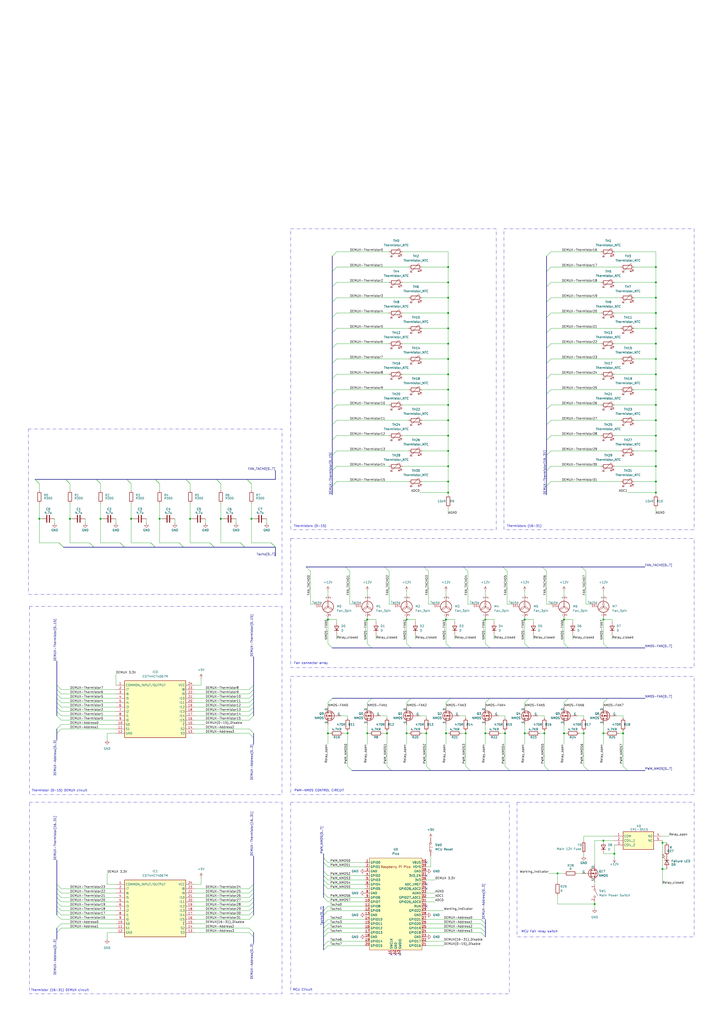
<source format=kicad_sch>
(kicad_sch (version 20231120) (generator "eeschema") (generator_version "8.0")
  (paper "A2" portrait)
  (title_block (title "Universal Fan Controller") (rev "1") (company "Designed by: Daniel Siwiaszczyk, Bartosz Nocoń"))
  (junction (at 356.87 495.3))
  (junction (at 350.52 359.41))
  (junction (at 110.49 300.99))
  (junction (at 236.22 359.41))
  (junction (at 381 181.61))
  (junction (at 381 252.73))
  (junction (at 76.2 300.99))
  (junction (at 259.08 359.41))
  (junction (at 260.35 154.94))
  (junction (at 260.35 181.61))
  (junction (at 281.94 359.41))
  (junction (at 224.79 425.45))
  (junction (at 260.35 226.06))
  (junction (at 281.94 425.45))
  (junction (at 327.66 359.41))
  (junction (at 350.52 425.45))
  (junction (at 361.95 425.45))
  (junction (at 259.08 425.45))
  (junction (at 92.71 300.99))
  (junction (at 260.35 208.28))
  (junction (at 236.22 425.45))
  (junction (at 260.35 279.4))
  (junction (at 213.36 359.41))
  (junction (at 381 270.51))
  (junction (at 260.35 217.17))
  (junction (at 146.05 300.99))
  (junction (at 381 190.5))
  (junction (at 128.27 300.99))
  (junction (at 381 163.83))
  (junction (at 190.5 359.41))
  (junction (at 260.35 270.51))
  (junction (at 323.85 506.73))
  (junction (at 384.81 488.95))
  (junction (at 304.8 359.41))
  (junction (at 260.35 163.83))
  (junction (at 350.52 487.68))
  (junction (at 381 154.94))
  (junction (at 270.51 425.45))
  (junction (at 293.37 425.45))
  (junction (at 40.64 300.99))
  (junction (at 316.23 425.45))
  (junction (at 381 279.4))
  (junction (at 247.65 425.45))
  (junction (at 381 172.72))
  (junction (at 327.66 425.45))
  (junction (at 260.35 234.95))
  (junction (at 260.35 172.72))
  (junction (at 260.35 199.39))
  (junction (at 304.8 425.45))
  (junction (at 260.35 190.5))
  (junction (at 381 199.39))
  (junction (at 381 234.95))
  (junction (at 381 226.06))
  (junction (at 190.5 425.45))
  (junction (at 381 217.17))
  (junction (at 381 243.84))
  (junction (at 381 208.28))
  (junction (at 345.44 524.51))
  (junction (at 201.93 425.45))
  (junction (at 260.35 243.84))
  (junction (at 260.35 261.62))
  (junction (at 213.36 425.45))
  (junction (at 339.09 425.45))
  (junction (at 22.86 300.99))
  (junction (at 260.35 285.75))
  (junction (at 381 285.75))
  (junction (at 58.42 300.99))
  (junction (at 260.35 252.73))
  (junction (at 384.81 504.19))
  (junction (at 381 261.62))
  (no_connect (at 247.65 508))
  (no_connect (at 227.33 553.72))
  (no_connect (at 247.65 515.62))
  (no_connect (at 232.41 553.72))
  (no_connect (at 229.87 553.72))
  (no_connect (at 247.65 500.38))
  (no_connect (at 247.65 513.08))
  (no_connect (at 247.65 525.78))
  (bus_entry (at 143.51 278.13) (size 2.54 2.54))
  (bus_entry (at 147.32 541.02) (size -2.54 -2.54))
  (bus_entry (at 317.5 175.26) (size 2.54 -2.54))
  (bus_entry (at 187.96 548.64) (size 2.54 -2.54))
  (bus_entry (at 269.24 328.93) (size 2.54 2.54))
  (bus_entry (at 187.96 505.46) (size 2.54 2.54))
  (bus_entry (at 143.51 278.13) (size 2.54 2.54))
  (bus_entry (at 72.39 317.5) (size -2.54 -2.54))
  (bus_entry (at 33.02 530.86) (size 2.54 2.54))
  (bus_entry (at 193.04 184.15) (size 2.54 -2.54))
  (bus_entry (at 364.49 447.04) (size -2.54 -2.54))
  (bus_entry (at 33.02 523.24) (size 2.54 2.54))
  (bus_entry (at 160.02 317.5) (size -2.54 -2.54))
  (bus_entry (at 337.82 328.93) (size 2.54 2.54))
  (bus_entry (at 90.17 278.13) (size 2.54 2.54))
  (bus_entry (at 177.8 328.93) (size 2.54 2.54))
  (bus_entry (at 193.04 237.49) (size 2.54 -2.54))
  (bus_entry (at 147.32 520.7) (size -2.54 2.54))
  (bus_entry (at 55.88 278.13) (size 2.54 2.54))
  (bus_entry (at 341.63 447.04) (size -2.54 -2.54))
  (bus_entry (at 317.5 228.6) (size 2.54 -2.54))
  (bus_entry (at 90.17 317.5) (size -2.54 -2.54))
  (bus_entry (at 281.94 541.02) (size -2.54 -2.54))
  (bus_entry (at 246.38 328.93) (size 2.54 2.54))
  (bus_entry (at 33.02 415.29) (size 2.54 2.54))
  (bus_entry (at 193.04 166.37) (size 2.54 -2.54))
  (bus_entry (at 20.32 278.13) (size 2.54 2.54))
  (bus_entry (at 284.48 405.13) (size -2.54 2.54))
  (bus_entry (at 147.32 400.05) (size -2.54 2.54))
  (bus_entry (at 193.04 375.92) (size -2.54 -2.54))
  (bus_entry (at 193.04 228.6) (size 2.54 -2.54))
  (bus_entry (at 147.32 543.56) (size -2.54 -2.54))
  (bus_entry (at 142.24 317.5) (size -2.54 -2.54))
  (bus_entry (at 147.32 427.99) (size -2.54 -2.54))
  (bus_entry (at 317.5 201.93) (size 2.54 -2.54))
  (bus_entry (at 281.94 543.56) (size -2.54 -2.54))
  (bus_entry (at 36.83 317.5) (size -2.54 -2.54))
  (bus_entry (at 90.17 278.13) (size 2.54 2.54))
  (bus_entry (at 187.96 500.38) (size 2.54 2.54))
  (bus_entry (at 193.04 175.26) (size 2.54 -2.54))
  (bus_entry (at 54.61 317.5) (size -2.54 -2.54))
  (bus_entry (at 147.32 407.67) (size -2.54 2.54))
  (bus_entry (at 33.02 410.21) (size 2.54 2.54))
  (bus_entry (at 295.91 447.04) (size -2.54 -2.54))
  (bus_entry (at 187.96 508) (size 2.54 2.54))
  (bus_entry (at 187.96 530.86) (size 2.54 -2.54))
  (bus_entry (at 33.02 407.67) (size 2.54 2.54))
  (bus_entry (at 33.02 412.75) (size 2.54 2.54))
  (bus_entry (at 318.77 447.04) (size -2.54 -2.54))
  (bus_entry (at 33.02 425.45) (size 2.54 -2.54))
  (bus_entry (at 187.96 510.54) (size 2.54 2.54))
  (bus_entry (at 33.02 405.13) (size 2.54 2.54))
  (bus_entry (at 125.73 278.13) (size 2.54 2.54))
  (bus_entry (at 107.95 278.13) (size 2.54 2.54))
  (bus_entry (at 147.32 515.62) (size -2.54 2.54))
  (bus_entry (at 147.32 513.08) (size -2.54 2.54))
  (bus_entry (at 147.32 525.78) (size -2.54 2.54))
  (bus_entry (at 193.04 201.93) (size 2.54 -2.54))
  (bus_entry (at 317.5 210.82) (size 2.54 -2.54))
  (bus_entry (at 33.02 520.7) (size 2.54 2.54))
  (bus_entry (at 147.32 410.21) (size -2.54 2.54))
  (bus_entry (at 106.68 317.5) (size -2.54 -2.54))
  (bus_entry (at 307.34 375.92) (size -2.54 -2.54))
  (bus_entry (at 238.76 375.92) (size -2.54 -2.54))
  (bus_entry (at 215.9 375.92) (size -2.54 -2.54))
  (bus_entry (at 281.94 538.48) (size -2.54 -2.54))
  (bus_entry (at 147.32 415.29) (size -2.54 2.54))
  (bus_entry (at 317.5 166.37) (size 2.54 -2.54))
  (bus_entry (at 38.1 278.13) (size 2.54 2.54))
  (bus_entry (at 38.1 278.13) (size 2.54 2.54))
  (bus_entry (at 147.32 530.86) (size -2.54 2.54))
  (bus_entry (at 187.96 541.02) (size 2.54 -2.54))
  (bus_entry (at 330.2 375.92) (size -2.54 -2.54))
  (bus_entry (at 193.04 281.94) (size 2.54 -2.54))
  (bus_entry (at 330.2 405.13) (size -2.54 2.54))
  (bus_entry (at 284.48 375.92) (size -2.54 -2.54))
  (bus_entry (at 317.5 281.94) (size 2.54 -2.54))
  (bus_entry (at 33.02 422.91) (size 2.54 -2.54))
  (bus_entry (at 238.76 405.13) (size -2.54 2.54))
  (bus_entry (at 193.04 148.59) (size 2.54 -2.54))
  (bus_entry (at 33.02 400.05) (size 2.54 2.54))
  (bus_entry (at 55.88 278.13) (size 2.54 2.54))
  (bus_entry (at 261.62 405.13) (size -2.54 2.54))
  (bus_entry (at 187.96 551.18) (size 2.54 -2.54))
  (bus_entry (at 187.96 497.84) (size 2.54 2.54))
  (bus_entry (at 20.32 278.13) (size 2.54 2.54))
  (bus_entry (at 187.96 528.32) (size 2.54 -2.54))
  (bus_entry (at 147.32 412.75) (size -2.54 2.54))
  (bus_entry (at 33.02 515.62) (size 2.54 2.54))
  (bus_entry (at 72.39 317.5) (size -2.54 -2.54))
  (bus_entry (at 33.02 513.08) (size 2.54 2.54))
  (bus_entry (at 147.32 528.32) (size -2.54 2.54))
  (bus_entry (at 73.66 278.13) (size 2.54 2.54))
  (bus_entry (at 353.06 405.13) (size -2.54 2.54))
  (bus_entry (at 273.05 447.04) (size -2.54 -2.54))
  (bus_entry (at 193.04 264.16) (size 2.54 -2.54))
  (bus_entry (at 215.9 405.13) (size -2.54 2.54))
  (bus_entry (at 281.94 535.94) (size -2.54 -2.54))
  (bus_entry (at 317.5 246.38) (size 2.54 -2.54))
  (bus_entry (at 73.66 278.13) (size 2.54 2.54))
  (bus_entry (at 187.96 543.56) (size 2.54 -2.54))
  (bus_entry (at 187.96 513.08) (size 2.54 2.54))
  (bus_entry (at 147.32 405.13) (size -2.54 2.54))
  (bus_entry (at 33.02 402.59) (size 2.54 2.54))
  (bus_entry (at 250.19 447.04) (size -2.54 -2.54))
  (bus_entry (at 193.04 157.48) (size 2.54 -2.54))
  (bus_entry (at 317.5 157.48) (size 2.54 -2.54))
  (bus_entry (at 106.68 317.5) (size -2.54 -2.54))
  (bus_entry (at 33.02 397.51) (size 2.54 2.54))
  (bus_entry (at 317.5 219.71) (size 2.54 -2.54))
  (bus_entry (at 147.32 518.16) (size -2.54 2.54))
  (bus_entry (at 200.66 328.93) (size 2.54 2.54))
  (bus_entry (at 33.02 541.02) (size 2.54 -2.54))
  (bus_entry (at 33.02 518.16) (size 2.54 2.54))
  (bus_entry (at 147.32 402.59) (size -2.54 2.54))
  (bus_entry (at 54.61 317.5) (size -2.54 -2.54))
  (bus_entry (at 261.62 375.92) (size -2.54 -2.54))
  (bus_entry (at 36.83 317.5) (size -2.54 -2.54))
  (bus_entry (at 353.06 375.92) (size -2.54 -2.54))
  (bus_entry (at 204.47 447.04) (size -2.54 -2.54))
  (bus_entry (at 147.32 425.45) (size -2.54 -2.54))
  (bus_entry (at 33.02 538.48) (size 2.54 -2.54))
  (bus_entry (at 33.02 525.78) (size 2.54 2.54))
  (bus_entry (at 187.96 518.16) (size 2.54 2.54))
  (bus_entry (at 193.04 210.82) (size 2.54 -2.54))
  (bus_entry (at 227.33 447.04) (size -2.54 -2.54))
  (bus_entry (at 160.02 317.5) (size -2.54 -2.54))
  (bus_entry (at 317.5 184.15) (size 2.54 -2.54))
  (bus_entry (at 193.04 219.71) (size 2.54 -2.54))
  (bus_entry (at 317.5 264.16) (size 2.54 -2.54))
  (bus_entry (at 187.96 535.94) (size 2.54 -2.54))
  (bus_entry (at 33.02 528.32) (size 2.54 2.54))
  (bus_entry (at 193.04 246.38) (size 2.54 -2.54))
  (bus_entry (at 90.17 317.5) (size -2.54 -2.54))
  (bus_entry (at 124.46 317.5) (size -2.54 -2.54))
  (bus_entry (at 307.34 405.13) (size -2.54 2.54))
  (bus_entry (at 317.5 148.59) (size 2.54 -2.54))
  (bus_entry (at 317.5 255.27) (size 2.54 -2.54))
  (bus_entry (at 107.95 278.13) (size 2.54 2.54))
  (bus_entry (at 314.96 328.93) (size 2.54 2.54))
  (bus_entry (at 147.32 523.24) (size -2.54 2.54))
  (bus_entry (at 317.5 273.05) (size 2.54 -2.54))
  (bus_entry (at 193.04 193.04) (size 2.54 -2.54))
  (bus_entry (at 147.32 397.51) (size -2.54 2.54))
  (bus_entry (at 193.04 273.05) (size 2.54 -2.54))
  (bus_entry (at 193.04 405.13) (size -2.54 2.54))
  (bus_entry (at 317.5 193.04) (size 2.54 -2.54))
  (bus_entry (at 142.24 317.5) (size -2.54 -2.54))
  (bus_entry (at 317.5 237.49) (size 2.54 -2.54))
  (bus_entry (at 193.04 255.27) (size 2.54 -2.54))
  (bus_entry (at 223.52 328.93) (size 2.54 2.54))
  (bus_entry (at 124.46 317.5) (size -2.54 -2.54))
  (bus_entry (at 125.73 278.13) (size 2.54 2.54))
  (bus_entry (at 187.96 538.48) (size 2.54 -2.54))
  (bus_entry (at 292.1 328.93) (size 2.54 2.54))
  (bus_entry (at 187.96 520.7) (size 2.54 2.54))
  (wire (pts (xy 260.35 243.84) (xy 260.35 252.73)))
  (wire (pts (xy 264.16 359.41) (xy 259.08 359.41)))
  (wire (pts (xy 260.35 261.62) (xy 260.35 270.51)))
  (bus (pts (xy 284.48 405.13) (xy 261.62 405.13)))
  (wire (pts (xy 323.85 506.73) (xy 327.66 506.73)))
  (wire (pts (xy 190.5 546.1) (xy 212.09 546.1)))
  (wire (pts (xy 195.58 146.05) (xy 226.06 146.05)))
  (wire (pts (xy 201.93 425.45) (xy 199.39 425.45)))
  (bus (pts (xy 187.96 541.02) (xy 187.96 543.56)))
  (wire (pts (xy 356.87 146.05) (xy 381 146.05)))
  (wire (pts (xy 76.2 300.99) (xy 76.2 314.96)))
  (wire (pts (xy 327.66 425.45) (xy 327.66 431.8)))
  (wire (pts (xy 101.6 300.99) (xy 101.6 303.53)))
  (bus (pts (xy 33.02 400.05) (xy 33.02 402.59)))
  (bus (pts (xy 317.5 210.82) (xy 317.5 219.71)))
  (wire (pts (xy 146.05 280.67) (xy 146.05 284.48)))
  (wire (pts (xy 58.42 314.96) (xy 69.85 314.96)))
  (bus (pts (xy 33.02 405.13) (xy 33.02 407.67)))
  (bus (pts (xy 106.68 317.5) (xy 124.46 317.5)))
  (bus (pts (xy 36.83 317.5) (xy 54.61 317.5)))
  (bus (pts (xy 281.94 535.94) (xy 281.94 538.48)))
  (bus (pts (xy 193.04 281.94) (xy 193.04 287.02)))
  (wire (pts (xy 190.5 520.7) (xy 212.09 520.7)))
  (wire (pts (xy 35.56 533.4) (xy 67.31 533.4)))
  (wire (pts (xy 260.35 217.17) (xy 260.35 226.06)))
  (wire (pts (xy 236.22 420.37) (xy 236.22 425.45)))
  (bus (pts (xy 193.04 210.82) (xy 193.04 219.71)))
  (bus (pts (xy 147.32 520.7) (xy 147.32 523.24)))
  (bus (pts (xy 38.1 278.13) (xy 55.88 278.13)))
  (wire (pts (xy 260.35 285.75) (xy 260.35 287.02)))
  (wire (pts (xy 247.65 510.54) (xy 252.73 510.54)))
  (wire (pts (xy 248.92 350.52) (xy 251.46 350.52)))
  (wire (pts (xy 361.95 416.56) (xy 361.95 415.29)))
  (wire (pts (xy 110.49 300.99) (xy 111.76 300.99)))
  (wire (pts (xy 40.64 314.96) (xy 52.07 314.96)))
  (wire (pts (xy 247.65 520.7) (xy 252.73 520.7)))
  (bus (pts (xy 250.19 447.04) (xy 227.33 447.04)))
  (wire (pts (xy 381 261.62) (xy 381 270.51)))
  (wire (pts (xy 195.58 359.41) (xy 190.5 359.41)))
  (wire (pts (xy 245.11 154.94) (xy 260.35 154.94)))
  (wire (pts (xy 260.35 208.28) (xy 260.35 217.17)))
  (wire (pts (xy 233.68 234.95) (xy 260.35 234.95)))
  (wire (pts (xy 316.23 425.45) (xy 313.69 425.45)))
  (wire (pts (xy 92.71 280.67) (xy 92.71 284.48)))
  (wire (pts (xy 339.09 415.29) (xy 335.28 415.29)))
  (wire (pts (xy 270.51 425.45) (xy 270.51 424.18)))
  (bus (pts (xy 33.02 513.08) (xy 33.02 515.62)))
  (wire (pts (xy 320.04 261.62) (xy 360.68 261.62)))
  (wire (pts (xy 201.93 415.29) (xy 198.12 415.29)))
  (wire (pts (xy 316.23 425.45) (xy 316.23 444.5)))
  (wire (pts (xy 190.5 533.4) (xy 212.09 533.4)))
  (wire (pts (xy 195.58 243.84) (xy 237.49 243.84)))
  (wire (pts (xy 190.5 513.08) (xy 212.09 513.08)))
  (bus (pts (xy 177.8 328.93) (xy 200.66 328.93)))
  (wire (pts (xy 236.22 407.67) (xy 236.22 410.21)))
  (wire (pts (xy 247.65 416.56) (xy 247.65 415.29)))
  (wire (pts (xy 388.62 485.14) (xy 384.81 485.14)))
  (wire (pts (xy 328.93 425.45) (xy 327.66 425.45)))
  (wire (pts (xy 350.52 495.3) (xy 356.87 495.3)))
  (wire (pts (xy 361.95 415.29) (xy 358.14 415.29)))
  (wire (pts (xy 304.8 425.45) (xy 304.8 431.8)))
  (wire (pts (xy 113.03 528.32) (xy 144.78 528.32)))
  (wire (pts (xy 304.8 420.37) (xy 304.8 425.45)))
  (wire (pts (xy 361.95 425.45) (xy 359.41 425.45)))
  (wire (pts (xy 76.2 280.67) (xy 76.2 284.48)))
  (wire (pts (xy 381 234.95) (xy 381 243.84)))
  (wire (pts (xy 304.8 342.9) (xy 304.8 345.44)))
  (wire (pts (xy 190.5 538.48) (xy 212.09 538.48)))
  (bus (pts (xy 33.02 541.02) (xy 33.02 544.83)))
  (wire (pts (xy 35.56 528.32) (xy 67.31 528.32)))
  (wire (pts (xy 356.87 217.17) (xy 381 217.17)))
  (bus (pts (xy 33.02 523.24) (xy 33.02 525.78)))
  (bus (pts (xy 187.96 543.56) (xy 187.96 548.64)))
  (wire (pts (xy 233.68 270.51) (xy 260.35 270.51)))
  (wire (pts (xy 22.86 300.99) (xy 24.13 300.99)))
  (wire (pts (xy 381 181.61) (xy 381 190.5)))
  (wire (pts (xy 306.07 425.45) (xy 304.8 425.45)))
  (wire (pts (xy 22.86 280.67) (xy 22.86 284.48)))
  (bus (pts (xy 317.5 281.94) (xy 317.5 287.02)))
  (bus (pts (xy 33.02 518.16) (xy 33.02 520.7)))
  (bus (pts (xy 33.02 407.67) (xy 33.02 410.21)))
  (wire (pts (xy 260.35 252.73) (xy 260.35 261.62)))
  (wire (pts (xy 128.27 300.99) (xy 128.27 314.96)))
  (wire (pts (xy 201.93 425.45) (xy 201.93 424.18)))
  (bus (pts (xy 33.02 528.32) (xy 33.02 530.86)))
  (wire (pts (xy 368.3 279.4) (xy 381 279.4)))
  (wire (pts (xy 381 294.64) (xy 381 298.45)))
  (wire (pts (xy 195.58 199.39) (xy 226.06 199.39)))
  (wire (pts (xy 236.22 358.14) (xy 236.22 359.41)))
  (wire (pts (xy 22.86 292.1) (xy 22.86 300.99)))
  (wire (pts (xy 339.09 425.45) (xy 339.09 444.5)))
  (wire (pts (xy 128.27 314.96) (xy 139.7 314.96)))
  (wire (pts (xy 113.03 422.91) (xy 144.78 422.91)))
  (bus (pts (xy 187.96 538.48) (xy 187.96 541.02)))
  (wire (pts (xy 35.56 402.59) (xy 67.31 402.59)))
  (wire (pts (xy 247.65 528.32) (xy 257.81 528.32)))
  (wire (pts (xy 339.09 425.45) (xy 339.09 424.18)))
  (bus (pts (xy 223.52 328.93) (xy 246.38 328.93)))
  (bus (pts (xy 160.02 317.5) (xy 160.02 322.58)))
  (wire (pts (xy 339.09 485.14) (xy 356.87 485.14)))
  (bus (pts (xy 250.19 447.04) (xy 273.05 447.04)))
  (wire (pts (xy 67.31 300.99) (xy 67.31 303.53)))
  (wire (pts (xy 113.03 417.83) (xy 144.78 417.83)))
  (wire (pts (xy 62.23 425.45) (xy 62.23 429.26)))
  (wire (pts (xy 350.52 342.9) (xy 350.52 345.44)))
  (wire (pts (xy 113.03 518.16) (xy 144.78 518.16)))
  (wire (pts (xy 320.04 163.83) (xy 349.25 163.83)))
  (wire (pts (xy 243.84 285.75) (xy 260.35 285.75)))
  (wire (pts (xy 190.5 548.64) (xy 212.09 548.64)))
  (wire (pts (xy 113.03 515.62) (xy 144.78 515.62)))
  (wire (pts (xy 67.31 391.16) (xy 67.31 397.51)))
  (wire (pts (xy 259.08 425.45) (xy 259.08 431.8)))
  (wire (pts (xy 320.04 181.61) (xy 349.25 181.61)))
  (wire (pts (xy 293.37 416.56) (xy 293.37 415.29)))
  (wire (pts (xy 260.35 226.06) (xy 260.35 234.95)))
  (wire (pts (xy 247.65 548.64) (xy 257.81 548.64)))
  (wire (pts (xy 62.23 506.73) (xy 62.23 513.08)))
  (bus (pts (xy 187.96 513.08) (xy 187.96 518.16)))
  (wire (pts (xy 35.56 520.7) (xy 67.31 520.7)))
  (wire (pts (xy 195.58 163.83) (xy 226.06 163.83)))
  (wire (pts (xy 381 190.5) (xy 381 199.39)))
  (wire (pts (xy 224.79 425.45) (xy 224.79 444.5)))
  (wire (pts (xy 213.36 407.67) (xy 213.36 410.21)))
  (wire (pts (xy 195.58 217.17) (xy 226.06 217.17)))
  (wire (pts (xy 381 270.51) (xy 381 279.4)))
  (bus (pts (xy 193.04 148.59) (xy 193.04 157.48)))
  (wire (pts (xy 76.2 292.1) (xy 76.2 300.99)))
  (wire (pts (xy 339.09 425.45) (xy 336.55 425.45)))
  (wire (pts (xy 180.34 350.52) (xy 182.88 350.52)))
  (wire (pts (xy 128.27 292.1) (xy 128.27 300.99)))
  (wire (pts (xy 270.51 416.56) (xy 270.51 415.29)))
  (wire (pts (xy 355.6 360.68) (xy 355.6 359.41)))
  (wire (pts (xy 191.77 425.45) (xy 190.5 425.45)))
  (wire (pts (xy 224.79 415.29) (xy 220.98 415.29)))
  (wire (pts (xy 195.58 279.4) (xy 237.49 279.4)))
  (wire (pts (xy 40.64 300.99) (xy 41.91 300.99)))
  (wire (pts (xy 320.04 243.84) (xy 360.68 243.84)))
  (wire (pts (xy 387.35 488.95) (xy 384.81 488.95)))
  (wire (pts (xy 247.65 538.48) (xy 279.4 538.48)))
  (wire (pts (xy 40.64 292.1) (xy 40.64 300.99)))
  (bus (pts (xy 193.04 228.6) (xy 193.04 237.49)))
  (wire (pts (xy 128.27 300.99) (xy 129.54 300.99)))
  (wire (pts (xy 190.5 525.78) (xy 212.09 525.78)))
  (wire (pts (xy 195.58 172.72) (xy 237.49 172.72)))
  (wire (pts (xy 113.03 397.51) (xy 116.84 397.51)))
  (wire (pts (xy 264.16 370.84) (xy 264.16 368.3)))
  (wire (pts (xy 323.85 519.43) (xy 323.85 524.51)))
  (wire (pts (xy 327.66 420.37) (xy 327.66 425.45)))
  (wire (pts (xy 245.11 226.06) (xy 260.35 226.06)))
  (wire (pts (xy 195.58 360.68) (xy 195.58 359.41)))
  (wire (pts (xy 35.56 415.29) (xy 67.31 415.29)))
  (wire (pts (xy 381 217.17) (xy 381 226.06)))
  (wire (pts (xy 245.11 172.72) (xy 260.35 172.72)))
  (wire (pts (xy 110.49 280.67) (xy 110.49 284.48)))
  (bus (pts (xy 193.04 246.38) (xy 193.04 255.27)))
  (wire (pts (xy 283.21 425.45) (xy 281.94 425.45)))
  (wire (pts (xy 339.09 495.3) (xy 339.09 496.57)))
  (wire (pts (xy 247.65 415.29) (xy 243.84 415.29)))
  (wire (pts (xy 218.44 370.84) (xy 218.44 368.3)))
  (bus (pts (xy 147.32 513.08) (xy 147.32 515.62)))
  (wire (pts (xy 356.87 234.95) (xy 381 234.95)))
  (wire (pts (xy 233.68 252.73) (xy 260.35 252.73)))
  (bus (pts (xy 187.96 508) (xy 187.96 510.54)))
  (bus (pts (xy 193.04 166.37) (xy 193.04 175.26)))
  (bus (pts (xy 307.34 375.92) (xy 330.2 375.92)))
  (wire (pts (xy 35.56 407.67) (xy 67.31 407.67)))
  (wire (pts (xy 317.5 350.52) (xy 320.04 350.52)))
  (wire (pts (xy 294.64 350.52) (xy 297.18 350.52)))
  (wire (pts (xy 356.87 199.39) (xy 381 199.39)))
  (wire (pts (xy 320.04 190.5) (xy 360.68 190.5)))
  (wire (pts (xy 259.08 359.41) (xy 259.08 373.38)))
  (wire (pts (xy 260.35 146.05) (xy 260.35 154.94)))
  (wire (pts (xy 270.51 415.29) (xy 266.7 415.29)))
  (wire (pts (xy 260.35 234.95) (xy 260.35 243.84)))
  (bus (pts (xy 330.2 375.92) (xy 353.06 375.92)))
  (wire (pts (xy 62.23 541.02) (xy 62.23 544.83)))
  (wire (pts (xy 356.87 163.83) (xy 381 163.83)))
  (wire (pts (xy 320.04 154.94) (xy 360.68 154.94)))
  (wire (pts (xy 293.37 425.45) (xy 293.37 424.18)))
  (bus (pts (xy 215.9 375.92) (xy 238.76 375.92)))
  (wire (pts (xy 356.87 181.61) (xy 381 181.61)))
  (wire (pts (xy 190.5 523.24) (xy 212.09 523.24)))
  (wire (pts (xy 316.23 416.56) (xy 316.23 415.29)))
  (wire (pts (xy 201.93 416.56) (xy 201.93 415.29)))
  (wire (pts (xy 195.58 252.73) (xy 226.06 252.73)))
  (bus (pts (xy 317.5 264.16) (xy 317.5 273.05)))
  (bus (pts (xy 147.32 528.32) (xy 147.32 530.86)))
  (wire (pts (xy 146.05 300.99) (xy 146.05 314.96)))
  (wire (pts (xy 201.93 425.45) (xy 201.93 444.5)))
  (wire (pts (xy 316.23 415.29) (xy 312.42 415.29)))
  (bus (pts (xy 33.02 520.7) (xy 33.02 523.24)))
  (bus (pts (xy 317.5 148.59) (xy 317.5 157.48)))
  (bus (pts (xy 193.04 375.92) (xy 215.9 375.92)))
  (wire (pts (xy 294.64 331.47) (xy 294.64 350.52)))
  (wire (pts (xy 361.95 425.45) (xy 361.95 424.18)))
  (wire (pts (xy 35.56 523.24) (xy 67.31 523.24)))
  (bus (pts (xy 54.61 317.5) (xy 72.39 317.5)))
  (wire (pts (xy 381 279.4) (xy 381 285.75)))
  (wire (pts (xy 247.65 541.02) (xy 279.4 541.02)))
  (wire (pts (xy 356.87 497.84) (xy 356.87 495.3)))
  (wire (pts (xy 113.03 407.67) (xy 144.78 407.67)))
  (wire (pts (xy 58.42 300.99) (xy 59.69 300.99)))
  (wire (pts (xy 146.05 300.99) (xy 147.32 300.99)))
  (wire (pts (xy 146.05 314.96) (xy 157.48 314.96)))
  (wire (pts (xy 361.95 425.45) (xy 361.95 444.5)))
  (wire (pts (xy 381 208.28) (xy 381 217.17)))
  (bus (pts (xy 55.88 278.13) (xy 73.66 278.13)))
  (bus (pts (xy 125.73 278.13) (xy 143.51 278.13)))
  (bus (pts (xy 269.24 328.93) (xy 292.1 328.93)))
  (wire (pts (xy 332.74 360.68) (xy 332.74 359.41)))
  (wire (pts (xy 146.05 292.1) (xy 146.05 300.99)))
  (bus (pts (xy 147.32 496.57) (xy 147.32 513.08)))
  (bus (pts (xy 107.95 278.13) (xy 125.73 278.13)))
  (wire (pts (xy 35.56 422.91) (xy 67.31 422.91)))
  (wire (pts (xy 247.65 533.4) (xy 279.4 533.4)))
  (bus (pts (xy 187.96 530.86) (xy 187.96 535.94)))
  (wire (pts (xy 260.35 172.72) (xy 260.35 181.61)))
  (wire (pts (xy 320.04 172.72) (xy 360.68 172.72)))
  (bus (pts (xy 238.76 405.13) (xy 215.9 405.13)))
  (wire (pts (xy 248.92 331.47) (xy 248.92 350.52)))
  (wire (pts (xy 110.49 292.1) (xy 110.49 300.99)))
  (bus (pts (xy 341.63 447.04) (xy 318.77 447.04)))
  (wire (pts (xy 384.81 504.19) (xy 384.81 488.95)))
  (wire (pts (xy 247.65 518.16) (xy 252.73 518.16)))
  (wire (pts (xy 309.88 359.41) (xy 304.8 359.41)))
  (wire (pts (xy 247.65 546.1) (xy 257.81 546.1)))
  (wire (pts (xy 180.34 331.47) (xy 180.34 350.52)))
  (wire (pts (xy 368.3 172.72) (xy 381 172.72)))
  (wire (pts (xy 190.5 528.32) (xy 212.09 528.32)))
  (wire (pts (xy 350.52 407.67) (xy 350.52 410.21)))
  (wire (pts (xy 281.94 425.45) (xy 281.94 431.8)))
  (wire (pts (xy 154.94 300.99) (xy 154.94 303.53)))
  (wire (pts (xy 113.03 425.45) (xy 144.78 425.45)))
  (wire (pts (xy 35.56 530.86) (xy 67.31 530.86)))
  (wire (pts (xy 195.58 270.51) (xy 226.06 270.51)))
  (wire (pts (xy 247.65 425.45) (xy 245.11 425.45)))
  (wire (pts (xy 345.44 487.68) (xy 345.44 501.65)))
  (bus (pts (xy 147.32 381) (xy 147.32 397.51)))
  (wire (pts (xy 92.71 300.99) (xy 92.71 314.96)))
  (bus (pts (xy 90.17 317.5) (xy 106.68 317.5)))
  (wire (pts (xy 368.3 243.84) (xy 381 243.84)))
  (wire (pts (xy 22.86 314.96) (xy 34.29 314.96)))
  (wire (pts (xy 281.94 342.9) (xy 281.94 345.44)))
  (wire (pts (xy 368.3 190.5) (xy 381 190.5)))
  (wire (pts (xy 350.52 420.37) (xy 350.52 425.45)))
  (wire (pts (xy 195.58 226.06) (xy 237.49 226.06)))
  (wire (pts (xy 214.63 425.45) (xy 213.36 425.45)))
  (wire (pts (xy 67.31 425.45) (xy 62.23 425.45)))
  (bus (pts (xy 187.96 548.64) (xy 187.96 551.18)))
  (wire (pts (xy 327.66 359.41) (xy 327.66 373.38)))
  (bus (pts (xy 33.02 402.59) (xy 33.02 405.13)))
  (wire (pts (xy 113.03 538.48) (xy 144.78 538.48)))
  (wire (pts (xy 92.71 300.99) (xy 93.98 300.99)))
  (wire (pts (xy 245.11 243.84) (xy 260.35 243.84)))
  (wire (pts (xy 304.8 407.67) (xy 304.8 410.21)))
  (wire (pts (xy 190.5 407.67) (xy 190.5 410.21)))
  (wire (pts (xy 293.37 425.45) (xy 290.83 425.45)))
  (bus (pts (xy 193.04 219.71) (xy 193.04 228.6)))
  (wire (pts (xy 320.04 226.06) (xy 360.68 226.06)))
  (wire (pts (xy 113.03 533.4) (xy 144.78 533.4)))
  (wire (pts (xy 287.02 360.68) (xy 287.02 359.41)))
  (bus (pts (xy 193.04 264.16) (xy 193.04 273.05)))
  (bus (pts (xy 187.96 505.46) (xy 187.96 508)))
  (wire (pts (xy 345.44 523.24) (xy 345.44 524.51)))
  (wire (pts (xy 85.09 300.99) (xy 85.09 303.53)))
  (wire (pts (xy 67.31 541.02) (xy 62.23 541.02)))
  (bus (pts (xy 281.94 541.02) (xy 281.94 543.56)))
  (wire (pts (xy 281.94 358.14) (xy 281.94 359.41)))
  (wire (pts (xy 236.22 425.45) (xy 236.22 431.8)))
  (wire (pts (xy 384.81 488.95) (xy 384.81 487.68)))
  (bus (pts (xy 341.63 447.04) (xy 364.49 447.04)))
  (bus (pts (xy 317.5 175.26) (xy 317.5 184.15)))
  (wire (pts (xy 58.42 292.1) (xy 58.42 300.99)))
  (bus (pts (xy 147.32 400.05) (xy 147.32 402.59)))
  (wire (pts (xy 327.66 342.9) (xy 327.66 345.44)))
  (wire (pts (xy 190.5 535.94) (xy 212.09 535.94)))
  (wire (pts (xy 320.04 252.73) (xy 349.25 252.73)))
  (wire (pts (xy 335.28 506.73) (xy 337.82 506.73)))
  (wire (pts (xy 309.88 370.84) (xy 309.88 368.3)))
  (wire (pts (xy 340.36 331.47) (xy 340.36 350.52)))
  (bus (pts (xy 238.76 405.13) (xy 261.62 405.13)))
  (wire (pts (xy 190.5 359.41) (xy 190.5 373.38)))
  (wire (pts (xy 113.03 420.37) (xy 119.38 420.37)))
  (wire (pts (xy 241.3 359.41) (xy 236.22 359.41)))
  (wire (pts (xy 355.6 370.84) (xy 355.6 368.3)))
  (wire (pts (xy 332.74 359.41) (xy 327.66 359.41)))
  (wire (pts (xy 195.58 208.28) (xy 237.49 208.28)))
  (wire (pts (xy 316.23 425.45) (xy 316.23 424.18)))
  (bus (pts (xy 193.04 201.93) (xy 193.04 210.82)))
  (bus (pts (xy 187.96 528.32) (xy 187.96 530.86)))
  (wire (pts (xy 190.5 358.14) (xy 190.5 359.41)))
  (wire (pts (xy 356.87 252.73) (xy 381 252.73)))
  (wire (pts (xy 368.3 208.28) (xy 381 208.28)))
  (bus (pts (xy 193.04 184.15) (xy 193.04 193.04)))
  (wire (pts (xy 113.03 415.29) (xy 144.78 415.29)))
  (wire (pts (xy 345.44 513.08) (xy 345.44 511.81)))
  (wire (pts (xy 35.56 417.83) (xy 67.31 417.83)))
  (wire (pts (xy 271.78 350.52) (xy 274.32 350.52)))
  (wire (pts (xy 224.79 416.56) (xy 224.79 415.29)))
  (bus (pts (xy 124.46 317.5) (xy 142.24 317.5)))
  (bus (pts (xy 187.96 535.94) (xy 187.96 538.48)))
  (wire (pts (xy 195.58 181.61) (xy 226.06 181.61)))
  (bus (pts (xy 72.39 317.5) (xy 90.17 317.5)))
  (bus (pts (xy 73.66 278.13) (xy 90.17 278.13)))
  (bus (pts (xy 33.02 412.75) (xy 33.02 415.29)))
  (bus (pts (xy 20.32 278.13) (xy 38.1 278.13)))
  (wire (pts (xy 195.58 261.62) (xy 237.49 261.62)))
  (bus (pts (xy 317.5 157.48) (xy 317.5 166.37)))
  (bus (pts (xy 142.24 317.5) (xy 160.02 317.5)))
  (bus (pts (xy 317.5 255.27) (xy 317.5 264.16)))
  (wire (pts (xy 384.81 504.19) (xy 384.81 513.08)))
  (wire (pts (xy 203.2 331.47) (xy 203.2 350.52)))
  (wire (pts (xy 237.49 425.45) (xy 236.22 425.45)))
  (bus (pts (xy 160.02 273.05) (xy 160.02 278.13)))
  (wire (pts (xy 320.04 199.39) (xy 349.25 199.39)))
  (bus (pts (xy 187.96 510.54) (xy 187.96 513.08)))
  (bus (pts (xy 353.06 375.92) (xy 374.65 375.92)))
  (wire (pts (xy 58.42 300.99) (xy 58.42 314.96)))
  (wire (pts (xy 320.04 217.17) (xy 349.25 217.17)))
  (wire (pts (xy 247.65 425.45) (xy 247.65 444.5)))
  (wire (pts (xy 119.38 300.99) (xy 119.38 303.53)))
  (wire (pts (xy 259.08 407.67) (xy 259.08 410.21)))
  (wire (pts (xy 281.94 420.37) (xy 281.94 425.45)))
  (bus (pts (xy 147.32 407.67) (xy 147.32 410.21)))
  (wire (pts (xy 190.5 515.62) (xy 212.09 515.62)))
  (wire (pts (xy 113.03 400.05) (xy 144.78 400.05)))
  (wire (pts (xy 245.11 208.28) (xy 260.35 208.28)))
  (bus (pts (xy 90.17 278.13) (xy 107.95 278.13)))
  (wire (pts (xy 113.03 525.78) (xy 144.78 525.78)))
  (wire (pts (xy 323.85 524.51) (xy 345.44 524.51)))
  (wire (pts (xy 190.5 502.92) (xy 212.09 502.92)))
  (bus (pts (xy 204.47 447.04) (xy 227.33 447.04)))
  (wire (pts (xy 381 172.72) (xy 381 181.61)))
  (wire (pts (xy 113.03 405.13) (xy 144.78 405.13)))
  (wire (pts (xy 22.86 300.99) (xy 22.86 314.96)))
  (wire (pts (xy 281.94 359.41) (xy 281.94 373.38)))
  (wire (pts (xy 345.44 524.51) (xy 345.44 527.05)))
  (wire (pts (xy 245.11 190.5) (xy 260.35 190.5)))
  (wire (pts (xy 35.56 515.62) (xy 67.31 515.62)))
  (bus (pts (xy 317.5 219.71) (xy 317.5 228.6)))
  (wire (pts (xy 270.51 425.45) (xy 270.51 444.5)))
  (bus (pts (xy 317.5 246.38) (xy 317.5 255.27)))
  (wire (pts (xy 35.56 518.16) (xy 67.31 518.16)))
  (wire (pts (xy 350.52 425.45) (xy 350.52 431.8)))
  (bus (pts (xy 238.76 375.92) (xy 261.62 375.92)))
  (bus (pts (xy 314.96 328.93) (xy 337.82 328.93)))
  (bus (pts (xy 193.04 237.49) (xy 193.04 246.38)))
  (wire (pts (xy 116.84 513.08) (xy 116.84 509.27)))
  (wire (pts (xy 190.5 425.45) (xy 190.5 431.8)))
  (wire (pts (xy 368.3 154.94) (xy 381 154.94)))
  (bus (pts (xy 33.02 397.51) (xy 33.02 400.05)))
  (wire (pts (xy 195.58 370.84) (xy 195.58 368.3)))
  (wire (pts (xy 113.03 530.86) (xy 144.78 530.86)))
  (wire (pts (xy 35.56 538.48) (xy 67.31 538.48)))
  (wire (pts (xy 320.04 208.28) (xy 360.68 208.28)))
  (bus (pts (xy 33.02 538.48) (xy 33.02 541.02)))
  (wire (pts (xy 271.78 331.47) (xy 271.78 350.52)))
  (wire (pts (xy 49.53 300.99) (xy 49.53 303.53)))
  (wire (pts (xy 318.77 506.73) (xy 323.85 506.73)))
  (bus (pts (xy 337.82 328.93) (xy 374.65 328.93)))
  (wire (pts (xy 339.09 485.14) (xy 339.09 487.68)))
  (wire (pts (xy 260.35 270.51) (xy 260.35 279.4)))
  (bus (pts (xy 33.02 499.11) (xy 33.02 513.08)))
  (wire (pts (xy 35.56 400.05) (xy 67.31 400.05)))
  (bus (pts (xy 295.91 447.04) (xy 318.77 447.04)))
  (wire (pts (xy 35.56 535.94) (xy 67.31 535.94)))
  (wire (pts (xy 116.84 397.51) (xy 116.84 393.7)))
  (bus (pts (xy 33.02 425.45) (xy 33.02 429.26)))
  (wire (pts (xy 113.03 520.7) (xy 144.78 520.7)))
  (wire (pts (xy 317.5 331.47) (xy 317.5 350.52)))
  (wire (pts (xy 113.03 513.08) (xy 116.84 513.08)))
  (bus (pts (xy 317.5 166.37) (xy 317.5 175.26)))
  (wire (pts (xy 260.35 425.45) (xy 259.08 425.45)))
  (wire (pts (xy 260.35 199.39) (xy 260.35 208.28)))
  (wire (pts (xy 368.3 261.62) (xy 381 261.62)))
  (wire (pts (xy 259.08 420.37) (xy 259.08 425.45)))
  (bus (pts (xy 147.32 412.75) (xy 147.32 415.29)))
  (wire (pts (xy 113.03 412.75) (xy 144.78 412.75)))
  (wire (pts (xy 304.8 358.14) (xy 304.8 359.41)))
  (wire (pts (xy 247.65 425.45) (xy 247.65 424.18)))
  (wire (pts (xy 387.35 504.19) (xy 384.81 504.19)))
  (bus (pts (xy 147.32 523.24) (xy 147.32 525.78)))
  (wire (pts (xy 76.2 314.96) (xy 87.63 314.96)))
  (wire (pts (xy 190.5 541.02) (xy 212.09 541.02)))
  (wire (pts (xy 35.56 525.78) (xy 67.31 525.78)))
  (wire (pts (xy 381 243.84) (xy 381 252.73)))
  (bus (pts (xy 193.04 157.48) (xy 193.04 166.37)))
  (wire (pts (xy 250.19 496.57) (xy 250.19 502.92)))
  (wire (pts (xy 350.52 487.68) (xy 356.87 487.68)))
  (wire (pts (xy 293.37 425.45) (xy 293.37 444.5)))
  (wire (pts (xy 31.75 300.99) (xy 31.75 303.53)))
  (bus (pts (xy 317.5 273.05) (xy 317.5 281.94)))
  (wire (pts (xy 233.68 163.83) (xy 260.35 163.83)))
  (wire (pts (xy 356.87 490.22) (xy 356.87 495.3)))
  (wire (pts (xy 35.56 420.37) (xy 67.31 420.37)))
  (bus (pts (xy 193.04 175.26) (xy 193.04 184.15)))
  (wire (pts (xy 224.79 425.45) (xy 224.79 424.18)))
  (bus (pts (xy 307.34 405.13) (xy 330.2 405.13)))
  (bus (pts (xy 193.04 273.05) (xy 193.04 281.94)))
  (wire (pts (xy 195.58 234.95) (xy 226.06 234.95)))
  (wire (pts (xy 260.35 154.94) (xy 260.35 163.83)))
  (wire (pts (xy 113.03 410.21) (xy 144.78 410.21)))
  (bus (pts (xy 187.96 495.3) (xy 187.96 497.84)))
  (wire (pts (xy 340.36 350.52) (xy 342.9 350.52)))
  (wire (pts (xy 381 285.75) (xy 381 287.02)))
  (wire (pts (xy 40.64 280.67) (xy 40.64 284.48)))
  (bus (pts (xy 317.5 184.15) (xy 317.5 193.04)))
  (wire (pts (xy 247.65 535.94) (xy 279.4 535.94)))
  (wire (pts (xy 226.06 331.47) (xy 226.06 350.52)))
  (wire (pts (xy 245.11 279.4) (xy 260.35 279.4)))
  (wire (pts (xy 260.35 294.64) (xy 260.35 298.45)))
  (wire (pts (xy 381 226.06) (xy 381 234.95)))
  (bus (pts (xy 281.94 538.48) (xy 281.94 541.02)))
  (bus (pts (xy 33.02 525.78) (xy 33.02 528.32)))
  (bus (pts (xy 187.96 525.78) (xy 187.96 528.32)))
  (wire (pts (xy 260.35 279.4) (xy 260.35 285.75)))
  (bus (pts (xy 330.2 405.13) (xy 353.06 405.13)))
  (bus (pts (xy 33.02 410.21) (xy 33.02 412.75)))
  (bus (pts (xy 187.96 497.84) (xy 187.96 500.38)))
  (wire (pts (xy 35.56 405.13) (xy 67.31 405.13)))
  (wire (pts (xy 203.2 350.52) (xy 205.74 350.52)))
  (wire (pts (xy 327.66 358.14) (xy 327.66 359.41)))
  (wire (pts (xy 190.5 420.37) (xy 190.5 425.45)))
  (wire (pts (xy 345.44 487.68) (xy 350.52 487.68)))
  (wire (pts (xy 92.71 314.96) (xy 104.14 314.96)))
  (wire (pts (xy 233.68 217.17) (xy 260.35 217.17)))
  (bus (pts (xy 147.32 515.62) (xy 147.32 518.16)))
  (wire (pts (xy 35.56 412.75) (xy 67.31 412.75)))
  (wire (pts (xy 351.79 425.45) (xy 350.52 425.45)))
  (bus (pts (xy 33.02 422.91) (xy 33.02 425.45)))
  (wire (pts (xy 245.11 261.62) (xy 260.35 261.62)))
  (wire (pts (xy 260.35 181.61) (xy 260.35 190.5)))
  (wire (pts (xy 195.58 154.94) (xy 237.49 154.94)))
  (bus (pts (xy 147.32 427.99) (xy 147.32 431.8)))
  (bus (pts (xy 193.04 255.27) (xy 193.04 264.16)))
  (bus (pts (xy 147.32 425.45) (xy 147.32 427.99)))
  (wire (pts (xy 320.04 146.05) (xy 349.25 146.05)))
  (wire (pts (xy 381 199.39) (xy 381 208.28)))
  (wire (pts (xy 381 154.94) (xy 381 163.83)))
  (wire (pts (xy 350.52 358.14) (xy 350.52 359.41)))
  (wire (pts (xy 62.23 513.08) (xy 67.31 513.08)))
  (wire (pts (xy 113.03 535.94) (xy 119.38 535.94)))
  (wire (pts (xy 287.02 370.84) (xy 287.02 368.3)))
  (wire (pts (xy 113.03 541.02) (xy 144.78 541.02)))
  (wire (pts (xy 190.5 510.54) (xy 212.09 510.54)))
  (bus (pts (xy 261.62 375.92) (xy 284.48 375.92)))
  (wire (pts (xy 320.04 279.4) (xy 360.68 279.4)))
  (wire (pts (xy 110.49 314.96) (xy 121.92 314.96)))
  (bus (pts (xy 364.49 447.04) (xy 374.65 447.04)))
  (wire (pts (xy 250.19 502.92) (xy 247.65 502.92)))
  (wire (pts (xy 247.65 523.24) (xy 252.73 523.24)))
  (wire (pts (xy 260.35 163.83) (xy 260.35 172.72)))
  (wire (pts (xy 381 163.83) (xy 381 172.72)))
  (wire (pts (xy 309.88 360.68) (xy 309.88 359.41)))
  (wire (pts (xy 381 146.05) (xy 381 154.94)))
  (bus (pts (xy 284.48 375.92) (xy 307.34 375.92)))
  (bus (pts (xy 33.02 383.54) (xy 33.02 397.51)))
  (wire (pts (xy 260.35 190.5) (xy 260.35 199.39)))
  (wire (pts (xy 40.64 300.99) (xy 40.64 314.96)))
  (wire (pts (xy 364.49 285.75) (xy 381 285.75)))
  (wire (pts (xy 355.6 359.41) (xy 350.52 359.41)))
  (wire (pts (xy 381 252.73) (xy 381 261.62)))
  (wire (pts (xy 213.36 359.41) (xy 213.36 373.38)))
  (wire (pts (xy 233.68 146.05) (xy 260.35 146.05)))
  (wire (pts (xy 92.71 292.1) (xy 92.71 300.99)))
  (wire (pts (xy 58.42 280.67) (xy 58.42 284.48)))
  (wire (pts (xy 113.03 402.59) (xy 144.78 402.59)))
  (wire (pts (xy 350.52 359.41) (xy 350.52 373.38)))
  (wire (pts (xy 190.5 508) (xy 212.09 508)))
  (wire (pts (xy 332.74 370.84) (xy 332.74 368.3)))
  (wire (pts (xy 293.37 415.29) (xy 289.56 415.29)))
  (wire (pts (xy 270.51 425.45) (xy 267.97 425.45)))
  (bus (pts (xy 317.5 193.04) (xy 317.5 201.93)))
  (bus (pts (xy 147.32 405.13) (xy 147.32 407.67)))
  (wire (pts (xy 320.04 270.51) (xy 349.25 270.51)))
  (wire (pts (xy 236.22 342.9) (xy 236.22 345.44)))
  (bus (pts (xy 187.96 500.38) (xy 187.96 505.46)))
  (bus (pts (xy 33.02 515.62) (xy 33.02 518.16)))
  (wire (pts (xy 368.3 226.06) (xy 381 226.06)))
  (bus (pts (xy 147.32 410.21) (xy 147.32 412.75)))
  (bus (pts (xy 317.5 201.93) (xy 317.5 210.82)))
  (wire (pts (xy 190.5 342.9) (xy 190.5 345.44)))
  (bus (pts (xy 292.1 328.93) (xy 314.96 328.93)))
  (bus (pts (xy 193.04 405.13) (xy 215.9 405.13)))
  (wire (pts (xy 241.3 360.68) (xy 241.3 359.41)))
  (bus (pts (xy 187.96 518.16) (xy 187.96 520.7)))
  (wire (pts (xy 190.5 500.38) (xy 212.09 500.38)))
  (wire (pts (xy 259.08 342.9) (xy 259.08 345.44)))
  (wire (pts (xy 327.66 407.67) (xy 327.66 410.21)))
  (wire (pts (xy 218.44 360.68) (xy 218.44 359.41)))
  (wire (pts (xy 236.22 359.41) (xy 236.22 373.38)))
  (wire (pts (xy 233.68 199.39) (xy 260.35 199.39)))
  (wire (pts (xy 304.8 359.41) (xy 304.8 373.38)))
  (bus (pts (xy 147.32 543.56) (xy 147.32 547.37)))
  (bus (pts (xy 281.94 533.4) (xy 281.94 535.94)))
  (wire (pts (xy 195.58 190.5) (xy 237.49 190.5)))
  (wire (pts (xy 224.79 425.45) (xy 222.25 425.45)))
  (wire (pts (xy 76.2 300.99) (xy 77.47 300.99)))
  (wire (pts (xy 137.16 300.99) (xy 137.16 303.53)))
  (bus (pts (xy 147.32 402.59) (xy 147.32 405.13)))
  (bus (pts (xy 317.5 237.49) (xy 317.5 246.38)))
  (wire (pts (xy 110.49 300.99) (xy 110.49 314.96)))
  (wire (pts (xy 218.44 359.41) (xy 213.36 359.41)))
  (bus (pts (xy 147.32 518.16) (xy 147.32 520.7)))
  (wire (pts (xy 35.56 410.21) (xy 67.31 410.21)))
  (wire (pts (xy 320.04 234.95) (xy 349.25 234.95)))
  (wire (pts (xy 213.36 420.37) (xy 213.36 425.45)))
  (wire (pts (xy 233.68 181.61) (xy 260.35 181.61)))
  (wire (pts (xy 323.85 506.73) (xy 323.85 511.81)))
  (bus (pts (xy 317.5 228.6) (xy 317.5 237.49)))
  (bus (pts (xy 147.32 397.51) (xy 147.32 400.05)))
  (bus (pts (xy 353.06 405.13) (xy 374.65 405.13)))
  (wire (pts (xy 213.36 342.9) (xy 213.36 345.44)))
  (wire (pts (xy 213.36 358.14) (xy 213.36 359.41)))
  (bus (pts (xy 200.66 328.93) (xy 223.52 328.93)))
  (wire (pts (xy 128.27 280.67) (xy 128.27 284.48)))
  (bus (pts (xy 147.32 525.78) (xy 147.32 528.32)))
  (wire (pts (xy 259.08 358.14) (xy 259.08 359.41)))
  (wire (pts (xy 356.87 270.51) (xy 381 270.51)))
  (wire (pts (xy 241.3 370.84) (xy 241.3 368.3)))
  (wire (pts (xy 339.09 416.56) (xy 339.09 415.29)))
  (bus (pts (xy 147.32 541.02) (xy 147.32 543.56)))
  (bus (pts (xy 246.38 328.93) (xy 269.24 328.93)))
  (wire (pts (xy 264.16 360.68) (xy 264.16 359.41)))
  (wire (pts (xy 281.94 407.67) (xy 281.94 410.21)))
  (bus (pts (xy 143.51 278.13) (xy 160.02 278.13)))
  (bus (pts (xy 295.91 447.04) (xy 273.05 447.04)))
  (bus (pts (xy 284.48 405.13) (xy 307.34 405.13)))
  (wire (pts (xy 213.36 425.45) (xy 213.36 431.8)))
  (wire (pts (xy 287.02 359.41) (xy 281.94 359.41)))
  (bus (pts (xy 193.04 193.04) (xy 193.04 201.93)))
  (wire (pts (xy 226.06 350.52) (xy 228.6 350.52)))
  (wire (pts (xy 113.03 523.24) (xy 144.78 523.24)))
  (rectangle (start 168.91 465.455) (end 295.91 576.58) (stroke (width 0) (type dash_dot_dot)))
  (rectangle (start 292.735 132.715) (end 403.225 307.34) (stroke (width 0) (type dash_dot_dot)))
  (rectangle (start 16.51 248.92) (end 163.83 344.805) (stroke (width 0) (type dash_dot_dot)))
  (rectangle (start 168.91 132.715) (end 288.29 307.34) (stroke (width 0) (type dash_dot_dot)))
  (rectangle (start 168.91 312.42) (end 403.225 387.35) (stroke (width 0) (type dash_dot_dot)))
  (rectangle (start 168.91 392.43) (end 403.225 461.01) (stroke (width 0) (type dash_dot_dot)))
  (rectangle (start 17.145 351.79) (end 163.83 461.01) (stroke (width 0) (type dash_dot_dot)))
  (rectangle (start 17.145 465.455) (end 163.83 576.58) (stroke (width 0) (type dash_dot_dot)))
  (rectangle (start 300.355 465.455) (end 403.225 543.56) (stroke (width 0) (type dash_dot_dot)))
  (text "MCU Fail relay switch" (at 313.436 540.512 0) (effects (font (size 1.27 1.27))))
  (text "Thermistor (16-31) DEMUX circuit\n" (at 34.798 574.548 0) (effects (font (size 1.27 1.27))))
  (text "Fan connector array" (at 180.594 384.81 0) (effects (font (size 1.27 1.27))))
  (text "Thermistor (0-15) DEMUX circuit\n" (at 34.544 458.724 0) (effects (font (size 1.27 1.27))))
  (text "MCU Circuit" (at 175.768 574.294 0) (effects (font (size 1.27 1.27))))
  (text "Thermistors (16-31)" (at 304.546 305.308 0) (effects (font (size 1.27 1.27))))
  (text "PWM-NMOS CONTROL CIRCUIT" (at 185.42 458.724 0) (effects (font (size 1.27 1.27))))
  (text "Thermistors (0-15)" (at 180.086 305.308 0) (effects (font (size 1.27 1.27))))
  (label "DEMUX-Thermistor8" (at 203.2 217.17 0))
  (label "DEMUX-Thermistor18" (at 326.39 163.83 0))
  (label "DEMUX-Thermistor12" (at 203.2 252.73 0))
  (label "DEMUX(0-15)_Disable" (at 257.81 548.64 0))
  (label "DEMUX-Address1" (at 40.64 422.91 0))
  (label "DEMUX-Thermistor14" (at 203.2 270.51 0))
  (label "DEMUX-Thermistor3" (at 203.2 172.72 0))
  (label "DEMUX-Thermistor7" (at 40.64 400.05 0))
  (label "DEMUX-Thermistor27" (at 326.39 243.84 0))
  (label "PWM_NMOS[0..7]" (at 374.65 447.04 0))
  (label "DEMUX-Thermistor2" (at 40.64 412.75 0))
  (label "DEMUX-Thermistor23" (at 40.64 515.62 0))
  (label "DEMUX(0-15)_Disable" (at 119.38 420.37 0))
  (label "DEMUX-Thermistor15" (at 203.2 279.4 0))
  (label "PWM_NMOS5" (at 316.23 443.23 90))
  (label "DEMUX-Thermistor3" (at 40.64 410.21 0))
  (label "DEMUX-Thermistor23" (at 326.39 208.28 0))
  (label "Tacho3" (at 191.77 535.94 0))
  (label "DEMUX-Address2" (at 119.38 422.91 0))
  (label "DEMUX-Thermistor7" (at 203.2 208.28 0))
  (label "DEMUX-Address0" (at 40.64 535.94 0))
  (label "Relay_closed" (at 309.88 370.84 0))
  (label "NMOS-FAN6" (at 327.66 410.21 0))
  (label "DEMUX-Address1" (at 257.81 535.94 0))
  (label "DEMUX-Address0" (at 40.64 420.37 0))
  (label "DEMUX(16-31)_Disable" (at 119.38 535.94 0))
  (label "DEMUX-Thermistor[0..15]" (at 33.02 383.54 90))
  (label "FAN_TACHO3" (at 248.92 345.44 90))
  (label "DEMUX-Thermistor19" (at 40.64 525.78 0))
  (label "DEMUX-Thermistor27" (at 119.38 523.24 0))
  (label "Relay_open" (at 190.5 431.8 270))
  (label "AGND" (at 381 298.45 0))
  (label "DEMUX-Thermistor25" (at 119.38 518.16 0))
  (label "NMOS-FAN4" (at 281.94 410.21 0))
  (label "FAN_TACHO2" (at 226.06 345.44 90))
  (label "DEMUX-Thermistor11" (at 119.38 407.67 0))
  (label "Relay_closed" (at 241.3 370.84 0))
  (label "Working_indicator" (at 318.77 506.73 180))
  (label "FAN_TACHO[0..7]" (at 160.02 273.05 180))
  (label "DEMUX-Thermistor16" (at 40.64 533.4 0))
  (label "DEMUX-Thermistor24" (at 119.38 515.62 0))
  (label "DEMUX-Thermistor[0..15]" (at 147.32 381 90))
  (label "DEMUX-Thermistor28" (at 119.38 525.78 0))
  (label "PWM_NMOS3" (at 270.51 443.23 90))
  (label "NMOS-FAN0" (at 190.5 359.41 270))
  (label "DEMUX-Thermistor17" (at 40.64 530.86 0))
  (label "DEMUX-Thermistor19" (at 326.39 172.72 0))
  (label "FAN_TACHO[0..7]" (at 374.65 328.93 0))
  (label "Relay_closed" (at 332.74 370.84 0))
  (label "Tacho4" (at 191.77 538.48 0))
  (label "DEMUX-Thermistor6" (at 203.2 199.39 0))
  (label "PWM_NMOS3" (at 191.77 510.54 0))
  (label "Relay_open" (at 327.66 431.8 270))
  (label "DEMUX-Thermistor2" (at 203.2 163.83 0))
  (label "Relay_open" (at 213.36 431.8 270))
  (label "Tacho1" (at 191.77 528.32 0))
  (label "FAN_TACHO7" (at 340.36 345.44 90))
  (label "NMOS-FAN2" (at 236.22 359.41 270))
  (label "Relay_closed" (at 355.6 370.84 0))
  (label "PWM_NMOS2" (at 247.65 443.23 90))
  (label "DEMUX-Address[0..3]" (at 33.02 429.26 270))
  (label "AGND" (at 260.35 298.45 0))
  (label "NMOS-FAN[0..7]" (at 374.65 375.92 0))
  (label "FAN_TACHO1" (at 203.2 345.44 90))
  (label "ADC1" (at 252.73 520.7 0))
  (label "FAN_TACHO6" (at 317.5 345.44 90))
  (label "DEMUX-Thermistor15" (at 119.38 417.83 0))
  (label "NMOS-FAN0" (at 190.5 410.21 0))
  (label "Relay_open" (at 350.52 431.8 270))
  (label "DEMUX-Thermistor10" (at 119.38 405.13 0))
  (label "DEMUX-Thermistor4" (at 203.2 181.61 0))
  (label "DEMUX-Thermistor22" (at 40.64 518.16 0))
  (label "DEMUX-Thermistor5" (at 40.64 405.13 0))
  (label "DEMUX-Thermistor20" (at 40.64 523.24 0))
  (label "DEMUX-Thermistor12" (at 119.38 410.21 0))
  (label "DEMUX 3.3V" (at 67.31 391.16 0))
  (label "DEMUX-Thermistor28" (at 326.39 252.73 0))
  (label "PWM_NMOS[0..7]" (at 187.96 495.3 90))
  (label "DEMUX-Thermistor31" (at 119.38 533.4 0))
  (label "NMOS-FAN3" (at 259.08 359.41 270))
  (label "Working_indicator" (at 257.81 528.32 0))
  (label "DEMUX-Thermistor13" (at 119.38 412.75 0))
  (label "Relay_closed" (at 384.81 513.08 0))
  (label "DEMUX-Address3" (at 119.38 425.45 0))
  (label "DEMUX-Thermistor4" (at 40.64 407.67 0))
  (label "DEMUX-Thermistor0" (at 40.64 417.83 0))
  (label "PWM_NMOS7" (at 191.77 523.24 0))
  (label "DEMUX-Thermistor30" (at 326.39 270.51 0))
  (label "ADC1" (at 364.49 285.75 180))
  (label "DEMUX-Thermistor26" (at 326.39 234.95 0))
  (label "DEMUX-Thermistor29" (at 119.38 528.32 0))
  (label "DEMUX 3.3V" (at 252.73 510.54 0))
  (label "DEMUX-Address[0..3]" (at 33.02 544.83 270))
  (label "PWM_NMOS0" (at 191.77 500.38 0))
  (label "NMOS-FAN[0..7]" (at 374.65 405.13 0))
  (label "AGND" (at 252.73 518.16 0))
  (label "DEMUX-Address3" (at 119.38 541.02 0))
  (label "DEMUX 3.3V" (at 62.23 506.73 0))
  (label "DEMUX-Thermistor18" (at 40.64 528.32 0))
  (label "Tacho[0..7]" (at 187.96 525.78 270))
  (label "DEMUX-Thermistor9" (at 203.2 226.06 0))
  (label "NMOS-FAN7" (at 350.52 410.21 0))
  (label "NMOS-FAN3" (at 259.08 410.21 0))
  (label "DEMUX-Thermistor30" (at 119.38 530.86 0))
  (label "DEMUX-Thermistor[16..31]" (at 33.02 499.11 90))
  (label "Relay_open" (at 236.22 431.8 270))
  (label "DEMUX-Thermistor29" (at 326.39 261.62 0))
  (label "DEMUX-Address2" (at 119.38 538.48 0))
  (label "PWM_NMOS7" (at 361.95 443.23 90))
  (label "Relay_closed" (at 195.58 370.84 0))
  (label "PWM_NMOS4" (at 293.37 443.23 90))
  (label "DEMUX-Thermistor1" (at 40.64 415.29 0))
  (label "PWM_NMOS1" (at 224.79 443.23 90))
  (label "DEMUX-Thermistor24" (at 326.39 217.17 0))
  (label "DEMUX-Thermistor26" (at 119.38 520.7 0))
  (label "Relay_closed" (at 264.16 370.84 0))
  (label "NMOS-FAN4" (at 281.94 359.41 270))
  (label "NMOS-FAN6" (at 327.66 359.41 270))
  (label "DEMUX-Address[0..3]" (at 147.32 547.37 270))
  (label "NMOS-FAN5" (at 304.8 359.41 270))
  (label "PWM_NMOS6" (at 339.09 443.23 90))
  (label "NMOS-FAN1" (at 213.36 359.41 270))
  (label "NMOS-FAN1" (at 213.36 410.21 0))
  (label "DEMUX-Address[0..3]" (at 281.94 533.4 90))
  (label "NMOS-FAN7" (at 350.52 359.41 270))
  (label "Tacho7" (at 191.77 548.64 0))
  (label "Relay_open" (at 304.8 431.8 270))
  (label "DEMUX-Thermistor21" (at 40.64 520.7 0))
  (label "DEMUX-Thermistor10" (at 203.2 234.95 0))
  (label "Relay_open" (at 259.08 431.8 270))
  (label "DEMUX-Thermistor22" (at 326.39 199.39 0))
  (label "Tacho2" (at 191.77 533.4 0))
  (label "DEMUX-Thermistor8" (at 119.38 400.05 0))
  (label "Tacho6" (at 191.77 546.1 0))
  (label "DEMUX-Thermistor[16..31]" (at 317.5 287.02 90))
  (label "DEMUX-Thermistor11" (at 203.2 243.84 0))
  (label "DEMUX-Thermistor31" (at 326.39 279.4 0))
  (label "ADC0" (at 252.73 523.24 0))
  (label "DEMUX(16-31)_Disable" (at 257.81 546.1 0))
  (label "DEMUX-Thermistor[0..15]" (at 193.04 287.02 90))
  (label "PWM_NMOS0" (at 201.93 443.23 90))
  (label "DEMUX-Address0" (at 257.81 533.4 0))
  (label "PWM_NMOS2" (at 191.77 508 0))
  (label "NMOS-FAN2" (at 236.22 410.21 0))
  (label "PWM_NMOS4" (at 191.77 513.08 0))
  (label "DEMUX-Address2" (at 257.81 538.48 0))
  (label "FAN_TACHO5" (at 294.64 345.44 90))
  (label "NMOS-FAN5" (at 304.8 410.21 0))
  (label "DEMUX-Thermistor9" (at 119.38 402.59 0))
  (label "Relay_closed" (at 218.44 370.84 0))
  (label "DEMUX-Thermistor14" (at 119.38 415.29 0))
  (label "DEMUX-Thermistor[16..31]" (at 147.32 496.57 90))
  (label "DEMUX-Thermistor0" (at 203.2 146.05 0))
  (label "Tacho4" (at 191.77 541.02 0))
  (label "DEMUX-Thermistor5" (at 203.2 190.5 0))
  (label "PWM_NMOS1" (at 191.77 502.92 0))
  (label "DEMUX-Thermistor17" (at 326.39 154.94 0))
  (label "DEMUX-Address3" (at 257.81 541.02 0))
  (label "PWM_NMOS5" (at 191.77 515.62 0))
  (label "DEMUX-Thermistor25" (at 326.39 226.06 0))
  (label "DEMUX-Thermistor16" (at 326.39 146.05 0))
  (label "Relay_open" (at 281.94 431.8 270))
  (label "DEMUX-Address[0..3]" (at 147.32 431.8 270))
  (label "PWM_NMOS6" (at 191.77 520.7 0))
  (label "DEMUX-Thermistor6" (at 40.64 402.59 0))
  (label "DEMUX-Thermistor13" (at 203.2 261.62 0))
  (label "FAN_TACHO4" (at 271.78 345.44 90))
  (label "DEMUX-Thermistor21" (at 326.39 190.5 0))
  (label "Tacho0" (at 191.77 525.78 0))
  (label "Tacho[0..7]" (at 160.02 322.58 180))
  (label "ADC0" (at 243.84 285.75 180))
  (label "DEMUX-Thermistor20" (at 326.39 181.61 0))
  (label "DEMUX-Thermistor1" (at 203.2 154.94 0))
  (label "Relay_closed" (at 287.02 370.84 0))
  (label "FAN_TACHO0" (at 180.34 345.44 90))
  (label "DEMUX-Address1" (at 40.64 538.48 0))
  (label "Relay_open" (at 388.62 485.14 0))
  (symbol (lib_id "Device:Thermistor_NTC") (at 353.06 181.61 90) (unit 1)
    (property "Reference" "TH9" (at 353.3775 175.26 90))
    (property "Value" "Thermistor_NTC" (at 353.3775 177.8 90))
    (property "Description" "Temperature dependent resistor, negative temperature coefficient" (effects (hide yes)))
  )
  (symbol (lib_id "Simulation_SPICE:NMOS") (at 238.76 415.29 0) (mirror y) (unit 1)
    (property "Reference" "Q1" (at 233.934 414.02 0) (effects (justify left)))
    (property "Value" "NMOS" (at 233.934 416.56 0) (effects (justify left)))
    (property "Footprint" "Package_TO_SOT_SMD:SOT-23_Handsoldering" (effects (hide yes)))
    (property "Datasheet" "https://www.mouser.pl/datasheet/2/196/Infineon_IRLML6246_DataSheet_v01_01_EN-3363535.pdf" (effects (hide yes)))
    (property "Description" "IRLML6246TRPBF" (effects (hide yes)))
    (property "Sim.Device" "NMOS" (effects (hide yes)))
    (property "Sim.Type" "VDMOS" (effects (hide yes)))
    (property "Sim.Pins" "1=D 2=G 3=S" (effects (hide yes)))
  )
  (symbol (lib_id "power:GND") (at 247.65 543.56 90) (unit 1)
    (property "Reference" "#PWR038" (effects (hide yes)))
    (property "Value" "GND" (at 251.46 543.5599 90) (effects (justify right)))
    (property "Description" "Power symbol creates a global label with name \"GND\" , ground" (effects (hide yes)))
  )
  (symbol (lib_id "Switch:SW_SPST") (at 345.44 518.16 270) (unit 1)
    (property "Reference" "SW1" (at 347.98 516.8899 90) (effects (justify left)))
    (property "Value" "Main Power Switch" (at 347.98 519.4299 90) (effects (justify left)))
    (property "Description" "Single Pole Single Throw (SPST) switch" (effects (hide yes)))
  )
  (symbol (lib_id "power:+12V") (at 327.66 342.9 0) (unit 1)
    (property "Reference" "#PWR023" (effects (hide yes)))
    (property "Value" "+12V" (at 327.66 337.82 0))
    (property "Description" "Power symbol creates a global label with name \"+12V\"" (effects (hide yes)))
  )
  (symbol (lib_id "Device:Thermistor_NTC") (at 229.87 146.05 90) (unit 1)
    (property "Reference" "TH0" (at 230.1875 139.7 90))
    (property "Value" "Thermistor_NTC" (at 230.1875 142.24 90))
    (property "Description" "Temperature dependent resistor, negative temperature coefficient" (effects (hide yes)))
  )
  (symbol (lib_id "Device:Thermistor_NTC") (at 353.06 270.51 90) (unit 1)
    (property "Reference" "TH29" (at 353.3775 264.16 90))
    (property "Value" "Thermistor_NTC" (at 353.3775 266.7 90))
    (property "Description" "Temperature dependent resistor, negative temperature coefficient" (effects (hide yes)))
  )
  (symbol (lib_id "Device:R") (at 293.37 420.37 180) (unit 1)
    (property "Reference" "R15" (at 295.656 420.37 0))
    (property "Value" "470R" (at 289.56 420.37 0))
    (property "Description" "Resistor" (effects (hide yes)))
  )
  (symbol (lib_id "Device:D") (at 264.16 364.49 90) (unit 1)
    (property "Reference" "D3" (at 266.7 363.2199 90) (effects (justify right)))
    (property "Value" "D" (at 266.7 365.7599 90) (effects (justify right)))
    (property "Description" "Diode" (effects (hide yes)))
    (property "Sim.Device" "D" (effects (hide yes)))
    (property "Sim.Pins" "1=K 2=A" (effects (hide yes)))
  )
  (symbol (lib_id "Device:R") (at 92.71 288.29 0) (unit 1)
    (property "Reference" "R4" (at 95.25 287.274 0) (effects (justify left)))
    (property "Value" "R300" (at 95.25 289.052 0) (effects (justify left)))
    (property "Footprint" "Resistor_SMD:R_0603_1608Metric_Pad0.98x0.95mm_HandSolder" (effects (hide yes)))
    (property "Datasheet" "https://www.vishay.com/docs/20043/crcwhpe3.pdf" (effects (hide yes)))
    (property "Description" "CRCW0603300RJNEAHP" (effects (hide yes)))
  )
  (symbol (lib_id "Device:C") (at 97.79 300.99 270) (unit 1)
    (property "Reference" "C4" (at 97.79 295.402 90))
    (property "Value" "4.7u" (at 97.79 297.434 90))
    (property "Footprint" "Capacitor_THT:CP_Radial_D5.0mm_P2.00mm" (effects (hide yes)))
    (property "Datasheet" "https://www.alldatasheet.com/datasheet-pdf/pdf/970241/KEMET/ESK475M050AC3AA.html" (effects (hide yes)))
    (property "Description" "ESK475M050AC3AA" (effects (hide yes)))
  )
  (symbol (lib_id "UFC_Lib:EP1-3N1S") (at 356.87 485.14 0) (unit 1)
    (property "Reference" "K0" (at 371.094 479.298 0))
    (property "Value" "EP1-3N1S" (at 371.348 481.33 0))
    (property "Footprint" "EP13N1S" (effects (hide yes)))
    (property "Datasheet" "https://componentsearchengine.com/Datasheets/1/EP1-3N1S.pdf" (effects (hide yes)))
    (property "Description" "Automotive Relays SINGLE 1 FORM C" (effects (hide yes)))
    (property "Height" "16.5" (effects (hide yes)))
    (property "Mouser Part Number" "551-EP1-3N1S" (effects (hide yes)))
    (property "Mouser Price/Stock" "https://www.mouser.co.uk/ProductDetail/KEMET/EP1-3N1S?qs=rjnFDYRVT0ocOMY%2FUkbd7Q%3D%3D" (effects (hide yes)))
    (property "Manufacturer_Name" "KEMET" (effects (hide yes)))
    (property "Manufacturer_Part_Number" "EP1-3N1S" (effects (hide yes)))
  )
  (symbol (lib_id "Device:C") (at 115.57 300.99 270) (unit 1)
    (property "Reference" "C5" (at 115.57 295.402 90))
    (property "Value" "4.7u" (at 115.57 297.434 90))
    (property "Footprint" "Capacitor_THT:CP_Radial_D5.0mm_P2.00mm" (effects (hide yes)))
    (property "Datasheet" "https://www.alldatasheet.com/datasheet-pdf/pdf/970241/KEMET/ESK475M050AC3AA.html" (effects (hide yes)))
    (property "Description" "ESK475M050AC3AA" (effects (hide yes)))
  )
  (symbol (lib_id "Motor:Fan_3pin") (at 259.08 350.52 0) (unit 1)
    (property "Reference" "M3" (at 264.16 351.7899 0) (effects (justify left)))
    (property "Value" "Fan_3pin" (at 264.16 354.3299 0) (effects (justify left)))
    (property "Datasheet" "http://www.hardwarecanucks.com/forum/attachments/new-builds/16287d1330775095-help-chassis-power-fan-connectors-motherboard-asus_p8z68.jpg" (effects (hide yes)))
    (property "Description" "Fan, tacho output, 3-pin connector" (effects (hide yes)))
  )
  (symbol (lib_id "power:+12V") (at 190.5 342.9 0) (unit 1)
    (property "Reference" "#PWR017" (effects (hide yes)))
    (property "Value" "+12V" (at 190.5 337.82 0))
    (property "Description" "Power symbol creates a global label with name \"+12V\"" (effects (hide yes)))
  )
  (symbol (lib_id "Device:R") (at 264.16 425.45 90) (unit 1)
    (property "Reference" "R21" (at 264.16 427.736 90))
    (property "Value" "4.7KR" (at 264.16 423.164 90))
    (property "Footprint" "Capacitor_SMD:C_0402_1005Metric_Pad0.74x0.62mm_HandSolder" (effects (hide yes)))
    (property "Datasheet" "https://www.vishay.com/docs/28773/crcwce3.pdf" (effects (hide yes)))
    (property "Description" "CRCW04024K70FKEDC" (effects (hide yes)))
  )
  (symbol (lib_id "Motor:Fan_3pin") (at 327.66 350.52 0) (unit 1)
    (property "Reference" "M6" (at 332.74 351.7899 0) (effects (justify left)))
    (property "Value" "Fan_3pin" (at 332.74 354.3299 0) (effects (justify left)))
    (property "Datasheet" "http://www.hardwarecanucks.com/forum/attachments/new-builds/16287d1330775095-help-chassis-power-fan-connectors-motherboard-asus_p8z68.jpg" (effects (hide yes)))
    (property "Description" "Fan, tacho output, 3-pin connector" (effects (hide yes)))
  )
  (symbol (lib_id "Device:Thermistor_NTC") (at 229.87 270.51 90) (unit 1)
    (property "Reference" "TH28" (at 230.1875 264.16 90))
    (property "Value" "Thermistor_NTC" (at 230.1875 266.7 90))
    (property "Description" "Temperature dependent resistor, negative temperature coefficient" (effects (hide yes)))
  )
  (symbol (lib_id "Device:R") (at 332.74 425.45 90) (unit 1)
    (property "Reference" "R24" (at 332.74 427.736 90))
    (property "Value" "4.7KR" (at 332.74 423.164 90))
    (property "Footprint" "Capacitor_SMD:C_0402_1005Metric_Pad0.74x0.62mm_HandSolder" (effects (hide yes)))
    (property "Datasheet" "https://www.vishay.com/docs/28773/crcwce3.pdf" (effects (hide yes)))
    (property "Description" "CRCW04024K70FKEDC" (effects (hide yes)))
  )
  (symbol (lib_id "power:+12V") (at 304.8 342.9 0) (unit 1)
    (property "Reference" "#PWR022" (effects (hide yes)))
    (property "Value" "+12V" (at 304.8 337.82 0))
    (property "Description" "Power symbol creates a global label with name \"+12V\"" (effects (hide yes)))
  )
  (symbol (lib_id "Device:Thermistor_NTC") (at 241.3 208.28 90) (unit 1)
    (property "Reference" "TH14" (at 241.6175 201.93 90))
    (property "Value" "Thermistor_NTC" (at 241.6175 204.47 90))
    (property "Description" "Temperature dependent resistor, negative temperature coefficient" (effects (hide yes)))
  )
  (symbol (lib_id "Device:Thermistor_NTC") (at 364.49 279.4 90) (unit 1)
    (property "Reference" "TH31" (at 364.8075 273.05 90))
    (property "Value" "Thermistor_NTC" (at 364.8075 275.59 90))
    (property "Description" "Temperature dependent resistor, negative temperature coefficient" (effects (hide yes)))
  )
  (symbol (lib_id "Motor:Fan_3pin") (at 350.52 350.52 0) (unit 1)
    (property "Reference" "M7" (at 355.6 351.7899 0) (effects (justify left)))
    (property "Value" "Fan_3pin" (at 355.6 354.3299 0) (effects (justify left)))
    (property "Datasheet" "http://www.hardwarecanucks.com/forum/attachments/new-builds/16287d1330775095-help-chassis-power-fan-connectors-motherboard-asus_p8z68.jpg" (effects (hide yes)))
    (property "Description" "Fan, tacho output, 3-pin connector" (effects (hide yes)))
  )
  (symbol (lib_id "UFC_Lib:CD74HCT4067M") (at 67.31 397.51 0) (unit 1)
    (property "Reference" "IC0" (at 90.17 389.89 0))
    (property "Value" "CD74HCT4067M" (at 90.17 392.43 0))
    (property "Footprint" "SOIC127P1030X265-24N" (effects (hide yes)))
    (property "Datasheet" "http://www.ti.com/lit/gpn/cd74hct4067" (effects (hide yes)))
    (property "Description" "High-speed CMOS 16-channel analog multiplexer & demultiplexer with TTL inputs" (effects (hide yes)))
    (property "Height" "2.65" (effects (hide yes)))
    (property "Mouser Part Number" "595-CD74HCT4067M" (effects (hide yes)))
    (property "Mouser Price/Stock" "https://www.mouser.co.uk/ProductDetail/Texas-Instruments/CD74HCT4067M?qs=vul0MlC%2Fa1fex%2F7NLRWpgQ%3D%3D" (effects (hide yes)))
    (property "Manufacturer_Name" "Texas Instruments" (effects (hide yes)))
    (property "Manufacturer_Part_Number" "CD74HCT4067M" (effects (hide yes)))
  )
  (symbol (lib_id "power:GND") (at 212.09 505.46 270) (unit 1)
    (property "Reference" "#PWR030" (effects (hide yes)))
    (property "Value" "GND" (at 208.28 505.4599 90) (effects (justify right)))
    (property "Description" "Power symbol creates a global label with name \"GND\" , ground" (effects (hide yes)))
  )
  (symbol (lib_id "Device:C") (at 133.35 300.99 270) (unit 1)
    (property "Reference" "C6" (at 133.35 295.402 90))
    (property "Value" "4.7u" (at 133.35 297.434 90))
    (property "Footprint" "Capacitor_THT:CP_Radial_D5.0mm_P2.00mm" (effects (hide yes)))
    (property "Datasheet" "https://www.alldatasheet.com/datasheet-pdf/pdf/970241/KEMET/ESK475M050AC3AA.html" (effects (hide yes)))
    (property "Description" "ESK475M050AC3AA" (effects (hide yes)))
  )
  (symbol (lib_id "Device:R") (at 355.6 425.45 90) (unit 1)
    (property "Reference" "R25" (at 355.6 427.736 90))
    (property "Value" "4.7KR" (at 355.6 423.164 90))
    (property "Footprint" "Capacitor_SMD:C_0402_1005Metric_Pad0.74x0.62mm_HandSolder" (effects (hide yes)))
    (property "Datasheet" "https://www.vishay.com/docs/28773/crcwce3.pdf" (effects (hide yes)))
    (property "Description" "CRCW04024K70FKEDC" (effects (hide yes)))
  )
  (symbol (lib_id "power:+5V") (at 250.19 486.41 0) (unit 1)
    (property "Reference" "#PWR027" (effects (hide yes)))
    (property "Value" "+5V" (at 250.19 481.33 0))
    (property "Description" "Power symbol creates a global label with name \"+5V\"" (effects (hide yes)))
  )
  (symbol (lib_id "Device:C") (at 81.28 300.99 270) (unit 1)
    (property "Reference" "C3" (at 81.28 295.402 90))
    (property "Value" "4.7u" (at 81.28 297.434 90))
    (property "Footprint" "Capacitor_THT:CP_Radial_D5.0mm_P2.00mm" (effects (hide yes)))
    (property "Datasheet" "https://www.alldatasheet.com/datasheet-pdf/pdf/970241/KEMET/ESK475M050AC3AA.html" (effects (hide yes)))
    (property "Description" "ESK475M050AC3AA" (effects (hide yes)))
  )
  (symbol (lib_id "Device:R") (at 270.51 420.37 180) (unit 1)
    (property "Reference" "R14" (at 272.796 420.37 0))
    (property "Value" "470R" (at 266.7 420.37 0))
    (property "Description" "Resistor" (effects (hide yes)))
  )
  (symbol (lib_id "Device:Thermistor_NTC") (at 241.3 154.94 90) (unit 1)
    (property "Reference" "TH2" (at 241.6175 148.59 90))
    (property "Value" "Thermistor_NTC" (at 241.6175 151.13 90))
    (property "Description" "Temperature dependent resistor, negative temperature coefficient" (effects (hide yes)))
  )
  (symbol (lib_id "Device:R") (at 224.79 420.37 180) (unit 1)
    (property "Reference" "R12" (at 227.076 420.37 0))
    (property "Value" "470R" (at 220.98 420.37 0))
    (property "Description" "Resistor" (effects (hide yes)))
  )
  (symbol (lib_id "Device:R") (at 287.02 425.45 90) (unit 1)
    (property "Reference" "R22" (at 287.02 427.736 90))
    (property "Value" "4.7KR" (at 287.02 423.164 90))
    (property "Footprint" "Capacitor_SMD:C_0402_1005Metric_Pad0.74x0.62mm_HandSolder" (effects (hide yes)))
    (property "Datasheet" "https://www.vishay.com/docs/28773/crcwce3.pdf" (effects (hide yes)))
    (property "Description" "CRCW04024K70FKEDC" (effects (hide yes)))
  )
  (symbol (lib_id "Motor:Fan_3pin") (at 304.8 350.52 0) (unit 1)
    (property "Reference" "M5" (at 309.88 351.7899 0) (effects (justify left)))
    (property "Value" "Fan_3pin" (at 309.88 354.3299 0) (effects (justify left)))
    (property "Datasheet" "http://www.hardwarecanucks.com/forum/attachments/new-builds/16287d1330775095-help-chassis-power-fan-connectors-motherboard-asus_p8z68.jpg" (effects (hide yes)))
    (property "Description" "Fan, tacho output, 3-pin connector" (effects (hide yes)))
  )
  (symbol (lib_id "Device:C") (at 151.13 300.99 270) (unit 1)
    (property "Reference" "C7" (at 151.13 295.402 90))
    (property "Value" "4.7u" (at 151.13 297.434 90))
    (property "Footprint" "Capacitor_THT:CP_Radial_D5.0mm_P2.00mm" (effects (hide yes)))
    (property "Datasheet" "https://www.alldatasheet.com/datasheet-pdf/pdf/970241/KEMET/ESK475M050AC3AA.html" (effects (hide yes)))
    (property "Description" "ESK475M050AC3AA" (effects (hide yes)))
  )
  (symbol (lib_id "Device:R") (at 40.64 288.29 0) (unit 1)
    (property "Reference" "R1" (at 43.18 287.274 0) (effects (justify left)))
    (property "Value" "R300" (at 43.18 289.052 0) (effects (justify left)))
    (property "Footprint" "Resistor_SMD:R_0603_1608Metric_Pad0.98x0.95mm_HandSolder" (effects (hide yes)))
    (property "Datasheet" "https://www.vishay.com/docs/20043/crcwhpe3.pdf" (effects (hide yes)))
    (property "Description" "CRCW0603300RJNEAHP" (effects (hide yes)))
  )
  (symbol (lib_id "Device:R") (at 247.65 420.37 180) (unit 1)
    (property "Reference" "R13" (at 249.936 420.37 0))
    (property "Value" "470R" (at 243.84 420.37 0))
    (property "Description" "Resistor" (effects (hide yes)))
  )
  (symbol (lib_id "power:GND") (at 212.09 518.16 270) (unit 1)
    (property "Reference" "#PWR033" (effects (hide yes)))
    (property "Value" "GND" (at 208.28 518.1599 90) (effects (justify right)))
    (property "Description" "Power symbol creates a global label with name \"GND\" , ground" (effects (hide yes)))
  )
  (symbol (lib_id "Device:D") (at 332.74 364.49 90) (unit 1)
    (property "Reference" "D6" (at 335.28 363.2199 90) (effects (justify right)))
    (property "Value" "D" (at 335.28 365.7599 90) (effects (justify right)))
    (property "Description" "Diode" (effects (hide yes)))
    (property "Sim.Device" "D" (effects (hide yes)))
    (property "Sim.Pins" "1=K 2=A" (effects (hide yes)))
  )
  (symbol (lib_id "Device:Thermistor_NTC") (at 241.3 279.4 90) (unit 1)
    (property "Reference" "TH30" (at 241.6175 273.05 90))
    (property "Value" "Thermistor_NTC" (at 241.6175 275.59 90))
    (property "Description" "Temperature dependent resistor, negative temperature coefficient" (effects (hide yes)))
  )
  (symbol (lib_id "power:GND") (at 101.6 303.53 0) (unit 1)
    (property "Reference" "#PWR04" (effects (hide yes)))
    (property "Value" "GND" (at 101.6 307.594 0))
    (property "Description" "Power symbol creates a global label with name \"GND\" , ground" (effects (hide yes)))
  )
  (symbol (lib_id "Device:C") (at 45.72 300.99 270) (unit 1)
    (property "Reference" "C1" (at 45.72 295.402 90))
    (property "Value" "4.7u" (at 45.72 297.434 90))
    (property "Footprint" "Capacitor_THT:CP_Radial_D5.0mm_P2.00mm" (effects (hide yes)))
    (property "Datasheet" "https://www.alldatasheet.com/datasheet-pdf/pdf/970241/KEMET/ESK475M050AC3AA.html" (effects (hide yes)))
    (property "Description" "ESK475M050AC3AA" (effects (hide yes)))
  )
  (symbol (lib_id "Device:Fuse") (at 339.09 491.49 0) (unit 1)
    (property "Reference" "F0" (at 335.534 490.22 0) (effects (justify left)))
    (property "Value" "Main 12V Fuse" (at 323.342 492.506 0) (effects (justify left)))
    (property "Description" "Fuse" (effects (hide yes)))
  )
  (symbol (lib_id "Device:Thermistor_NTC") (at 353.06 199.39 90) (unit 1)
    (property "Reference" "TH13" (at 353.3775 193.04 90))
    (property "Value" "Thermistor_NTC" (at 353.3775 195.58 90))
    (property "Description" "Temperature dependent resistor, negative temperature coefficient" (effects (hide yes)))
  )
  (symbol (lib_id "Device:Thermistor_NTC") (at 241.3 190.5 90) (unit 1)
    (property "Reference" "TH10" (at 241.6175 184.15 90))
    (property "Value" "Thermistor_NTC" (at 241.6175 186.69 90))
    (property "Description" "Temperature dependent resistor, negative temperature coefficient" (effects (hide yes)))
  )
  (symbol (lib_id "Device:Thermistor_NTC") (at 241.3 261.62 90) (unit 1)
    (property "Reference" "TH26" (at 241.6175 255.27 90))
    (property "Value" "Thermistor_NTC" (at 241.6175 257.81 90))
    (property "Description" "Temperature dependent resistor, negative temperature coefficient" (effects (hide yes)))
  )
  (symbol (lib_id "power:GND") (at 67.31 303.53 0) (unit 1)
    (property "Reference" "#PWR02" (effects (hide yes)))
    (property "Value" "GND" (at 67.31 307.594 0))
    (property "Description" "Power symbol creates a global label with name \"GND\" , ground" (effects (hide yes)))
  )
  (symbol (lib_id "Device:C") (at 27.94 300.99 270) (unit 1)
    (property "Reference" "C0" (at 27.94 295.402 90))
    (property "Value" "4.7u" (at 27.94 297.434 90))
    (property "Footprint" "Capacitor_THT:CP_Radial_D5.0mm_P2.00mm" (effects (hide yes)))
    (property "Datasheet" "https://www.alldatasheet.com/datasheet-pdf/pdf/970241/KEMET/ESK475M050AC3AA.html" (effects (hide yes)))
    (property "Description" "ESK475M050AC3AA" (effects (hide yes)))
  )
  (symbol (lib_id "power:GND") (at 62.23 544.83 0) (unit 1)
    (property "Reference" "#PWR039" (effects (hide yes)))
    (property "Value" "GND" (at 62.23 549.91 0))
    (property "Description" "Power symbol creates a global label with name \"GND\" , ground" (effects (hide yes)))
  )
  (symbol (lib_id "power:GND") (at 49.53 303.53 0) (unit 1)
    (property "Reference" "#PWR01" (effects (hide yes)))
    (property "Value" "GND" (at 49.53 307.594 0))
    (property "Description" "Power symbol creates a global label with name \"GND\" , ground" (effects (hide yes)))
  )
  (symbol (lib_id "Simulation_SPICE:NMOS") (at 215.9 415.29 0) (mirror y) (unit 1)
    (property "Reference" "Q0" (at 211.074 414.02 0) (effects (justify left)))
    (property "Value" "NMOS" (at 211.074 416.56 0) (effects (justify left)))
    (property "Footprint" "Package_TO_SOT_SMD:SOT-23_Handsoldering" (effects (hide yes)))
    (property "Datasheet" "https://www.mouser.pl/datasheet/2/196/Infineon_IRLML6246_DataSheet_v01_01_EN-3363535.pdf" (effects (hide yes)))
    (property "Description" "IRLML6246TRPBF" (effects (hide yes)))
    (property "Sim.Device" "NMOS" (effects (hide yes)))
    (property "Sim.Type" "VDMOS" (effects (hide yes)))
    (property "Sim.Pins" "1=D 2=G 3=S" (effects (hide yes)))
  )
  (symbol (lib_id "Device:R") (at 201.93 420.37 180) (unit 1)
    (property "Reference" "R11" (at 204.216 420.37 0))
    (property "Value" "470R" (at 198.12 420.37 0))
    (property "Description" "Resistor" (effects (hide yes)))
  )
  (symbol (lib_id "Device:Thermistor_NTC") (at 353.06 252.73 90) (unit 1)
    (property "Reference" "TH25" (at 353.3775 246.38 90))
    (property "Value" "Thermistor_NTC" (at 353.3775 248.92 90))
    (property "Description" "Temperature dependent resistor, negative temperature coefficient" (effects (hide yes)))
  )
  (symbol (lib_id "Device:Thermistor_NTC") (at 229.87 234.95 90) (unit 1)
    (property "Reference" "TH20" (at 230.1875 228.6 90))
    (property "Value" "Thermistor_NTC" (at 230.1875 231.14 90))
    (property "Description" "Temperature dependent resistor, negative temperature coefficient" (effects (hide yes)))
  )
  (symbol (lib_id "Device:R") (at 323.85 515.62 0) (unit 1)
    (property "Reference" "R29" (at 325.374 514.35 0) (effects (justify left)))
    (property "Value" "R" (at 325.374 516.89 0) (effects (justify left)))
    (property "Description" "Resistor" (effects (hide yes)))
  )
  (symbol (lib_id "Device:Thermistor_NTC") (at 364.49 243.84 90) (unit 1)
    (property "Reference" "TH23" (at 364.8075 237.49 90))
    (property "Value" "Thermistor_NTC" (at 364.8075 240.03 90))
    (property "Description" "Temperature dependent resistor, negative temperature coefficient" (effects (hide yes)))
  )
  (symbol (lib_id "power:GND") (at 212.09 530.86 270) (unit 1)
    (property "Reference" "#PWR035" (effects (hide yes)))
    (property "Value" "GND" (at 208.28 530.8599 90) (effects (justify right)))
    (property "Description" "Power symbol creates a global label with name \"GND\" , ground" (effects (hide yes)))
  )
  (symbol (lib_id "Device:Thermistor_NTC") (at 364.49 261.62 90) (unit 1)
    (property "Reference" "TH27" (at 364.8075 255.27 90))
    (property "Value" "Thermistor_NTC" (at 364.8075 257.81 90))
    (property "Description" "Temperature dependent resistor, negative temperature coefficient" (effects (hide yes)))
  )
  (symbol (lib_id "power:GND") (at 345.44 527.05 0) (unit 1)
    (property "Reference" "#PWR034" (effects (hide yes)))
    (property "Value" "GND" (at 345.44 532.13 0))
    (property "Description" "Power symbol creates a global label with name \"GND\" , ground" (effects (hide yes)))
  )
  (symbol (lib_id "Device:R") (at 76.2 288.29 0) (unit 1)
    (property "Reference" "R3" (at 78.74 287.274 0) (effects (justify left)))
    (property "Value" "R300" (at 78.74 289.052 0) (effects (justify left)))
    (property "Footprint" "Resistor_SMD:R_0603_1608Metric_Pad0.98x0.95mm_HandSolder" (effects (hide yes)))
    (property "Datasheet" "https://www.vishay.com/docs/20043/crcwhpe3.pdf" (effects (hide yes)))
    (property "Description" "CRCW0603300RJNEAHP" (effects (hide yes)))
  )
  (symbol (lib_id "power:+5V") (at 116.84 393.7 0) (unit 1)
    (property "Reference" "#PWR025" (effects (hide yes)))
    (property "Value" "+5V" (at 116.84 388.62 0))
    (property "Description" "Power symbol creates a global label with name \"+5V\"" (effects (hide yes)))
  )
  (symbol (lib_id "Device:R") (at 387.35 492.76 180) (unit 1)
    (property "Reference" "R27" (at 391.414 493.776 0) (effects (justify left)))
    (property "Value" "R" (at 390.398 491.744 0) (effects (justify left)))
    (property "Description" "Resistor" (effects (hide yes)))
  )
  (symbol (lib_id "Device:LED") (at 387.35 500.38 270) (unit 1)
    (property "Reference" "D9" (at 389.89 501.65 90) (effects (justify left)))
    (property "Value" "Failure LED" (at 389.89 499.618 90) (effects (justify left)))
    (property "Description" "Light emitting diode" (effects (hide yes)))
  )
  (symbol (lib_id "MCU_RaspberryPi_and_Boards:Pico") (at 229.87 524.51 0) (unit 1)
    (property "Reference" "U0" (at 229.87 492.76 0))
    (property "Value" "Pico" (at 229.87 495.3 0))
    (property "Footprint" "MCU_RaspberryPi_and_Boards:RPi_Pico_SMD_TH" (effects (hide yes)))
  )
  (symbol (lib_id "Simulation_SPICE:NMOS") (at 193.04 415.29 0) (mirror y) (unit 1)
    (property "Reference" "Q9" (at 188.214 414.02 0) (effects (justify left)))
    (property "Value" "NMOS" (at 188.214 416.56 0) (effects (justify left)))
    (property "Footprint" "Package_TO_SOT_SMD:SOT-23_Handsoldering" (effects (hide yes)))
    (property "Datasheet" "https://www.mouser.pl/datasheet/2/196/Infineon_IRLML6246_DataSheet_v01_01_EN-3363535.pdf" (effects (hide yes)))
    (property "Description" "IRLML6246TRPBF" (effects (hide yes)))
    (property "Sim.Device" "NMOS" (effects (hide yes)))
    (property "Sim.Type" "VDMOS" (effects (hide yes)))
    (property "Sim.Pins" "1=D 2=G 3=S" (effects (hide yes)))
  )
  (symbol (lib_id "Device:D") (at 218.44 364.49 90) (unit 1)
    (property "Reference" "D1" (at 220.98 363.2199 90) (effects (justify right)))
    (property "Value" "D" (at 220.98 365.7599 90) (effects (justify right)))
    (property "Description" "Diode" (effects (hide yes)))
    (property "Sim.Device" "D" (effects (hide yes)))
    (property "Sim.Pins" "1=K 2=A" (effects (hide yes)))
  )
  (symbol (lib_id "Device:Thermistor_NTC") (at 364.49 208.28 90) (unit 1)
    (property "Reference" "TH15" (at 364.8075 201.93 90))
    (property "Value" "Thermistor_NTC" (at 364.8075 204.47 90))
    (property "Description" "Temperature dependent resistor, negative temperature coefficient" (effects (hide yes)))
  )
  (symbol (lib_id "Motor:Fan_3pin") (at 213.36 350.52 0) (unit 1)
    (property "Reference" "M1" (at 218.44 351.7899 0) (effects (justify left)))
    (property "Value" "Fan_3pin" (at 218.44 354.3299 0) (effects (justify left)))
    (property "Datasheet" "http://www.hardwarecanucks.com/forum/attachments/new-builds/16287d1330775095-help-chassis-power-fan-connectors-motherboard-asus_p8z68.jpg" (effects (hide yes)))
    (property "Description" "Fan, tacho output, 3-pin connector" (effects (hide yes)))
  )
  (symbol (lib_id "Device:R") (at 128.27 288.29 0) (unit 1)
    (property "Reference" "R6" (at 130.81 287.274 0) (effects (justify left)))
    (property "Value" "R300" (at 130.81 289.052 0) (effects (justify left)))
    (property "Footprint" "Crystal:Crystal_SMD_0603-2Pin_6.0x3.5mm_HandSoldering" (effects (hide yes)))
    (property "Datasheet" "https://www.vishay.com/docs/20043/crcwhpe3.pdf" (effects (hide yes)))
    (property "Description" "CRCW0603300RJNEAHP" (effects (hide yes)))
  )
  (symbol (lib_id "power:GND") (at 212.09 543.56 270) (unit 1)
    (property "Reference" "#PWR037" (effects (hide yes)))
    (property "Value" "GND" (at 208.28 543.5599 90) (effects (justify right)))
    (property "Description" "Power symbol creates a global label with name \"GND\" , ground" (effects (hide yes)))
  )
  (symbol (lib_id "Device:Thermistor_NTC") (at 353.06 217.17 90) (unit 1)
    (property "Reference" "TH17" (at 353.3775 210.82 90))
    (property "Value" "Thermistor_NTC" (at 353.3775 213.36 90))
    (property "Description" "Temperature dependent resistor, negative temperature coefficient" (effects (hide yes)))
  )
  (symbol (lib_id "Simulation_SPICE:NMOS") (at 307.34 415.29 0) (mirror y) (unit 1)
    (property "Reference" "Q4" (at 302.514 414.02 0) (effects (justify left)))
    (property "Value" "NMOS" (at 302.514 416.56 0) (effects (justify left)))
    (property "Footprint" "Package_TO_SOT_SMD:SOT-23_Handsoldering" (effects (hide yes)))
    (property "Datasheet" "https://www.mouser.pl/datasheet/2/196/Infineon_IRLML6246_DataSheet_v01_01_EN-3363535.pdf" (effects (hide yes)))
    (property "Description" "IRLML6246TRPBF" (effects (hide yes)))
    (property "Sim.Device" "NMOS" (effects (hide yes)))
    (property "Sim.Type" "VDMOS" (effects (hide yes)))
    (property "Sim.Pins" "1=D 2=G 3=S" (effects (hide yes)))
  )
  (symbol (lib_id "Motor:Fan_3pin") (at 236.22 350.52 0) (unit 1)
    (property "Reference" "M2" (at 241.3 351.7899 0) (effects (justify left)))
    (property "Value" "Fan_3pin" (at 241.3 354.3299 0) (effects (justify left)))
    (property "Datasheet" "http://www.hardwarecanucks.com/forum/attachments/new-builds/16287d1330775095-help-chassis-power-fan-connectors-motherboard-asus_p8z68.jpg" (effects (hide yes)))
    (property "Description" "Fan, tacho output, 3-pin connector" (effects (hide yes)))
  )
  (symbol (lib_id "Motor:Fan_3pin") (at 190.5 350.52 0) (unit 1)
    (property "Reference" "M0" (at 195.58 351.7899 0) (effects (justify left)))
    (property "Value" "Fan_3pin" (at 195.58 354.3299 0) (effects (justify left)))
    (property "Datasheet" "http://www.hardwarecanucks.com/forum/attachments/new-builds/16287d1330775095-help-chassis-power-fan-connectors-motherboard-asus_p8z68.jpg" (effects (hide yes)))
    (property "Description" "Fan, tacho output, 3-pin connector" (effects (hide yes)))
  )
  (symbol (lib_id "Device:Thermistor_NTC") (at 229.87 252.73 90) (unit 1)
    (property "Reference" "TH24" (at 230.1875 246.38 90))
    (property "Value" "Thermistor_NTC" (at 230.1875 248.92 90))
    (property "Description" "Temperature dependent resistor, negative temperature coefficient" (effects (hide yes)))
  )
  (symbol (lib_id "power:GND") (at 85.09 303.53 0) (unit 1)
    (property "Reference" "#PWR03" (effects (hide yes)))
    (property "Value" "GND" (at 85.09 307.594 0))
    (property "Description" "Power symbol creates a global label with name \"GND\" , ground" (effects (hide yes)))
  )
  (symbol (lib_id "power:GND") (at 247.65 505.46 90) (unit 1)
    (property "Reference" "#PWR031" (effects (hide yes)))
    (property "Value" "GND" (at 251.46 505.4599 90) (effects (justify right)))
    (property "Description" "Power symbol creates a global label with name \"GND\" , ground" (effects (hide yes)))
  )
  (symbol (lib_id "Device:R") (at 22.86 288.29 0) (unit 1)
    (property "Reference" "R0" (at 25.4 287.274 0) (effects (justify left)))
    (property "Value" "R300" (at 25.4 289.052 0) (effects (justify left)))
    (property "Footprint" "Resistor_SMD:R_0603_1608Metric_Pad0.98x0.95mm_HandSolder" (effects (hide yes)))
    (property "Datasheet" "https://www.vishay.com/docs/20043/crcwhpe3.pdf" (effects (hide yes)))
    (property "Description" "CRCW0603300RJNEAHP" (effects (hide yes)))
  )
  (symbol (lib_id "Device:R") (at 361.95 420.37 180) (unit 1)
    (property "Reference" "R18" (at 364.236 420.37 0))
    (property "Value" "470R" (at 358.14 420.37 0))
    (property "Description" "Resistor" (effects (hide yes)))
  )
  (symbol (lib_id "Device:Thermistor_NTC") (at 229.87 217.17 90) (unit 1)
    (property "Reference" "TH16" (at 230.1875 210.82 90))
    (property "Value" "Thermistor_NTC" (at 230.1875 213.36 90))
    (property "Description" "Temperature dependent resistor, negative temperature coefficient" (effects (hide yes)))
  )
  (symbol (lib_id "power:GND") (at 137.16 303.53 0) (unit 1)
    (property "Reference" "#PWR06" (effects (hide yes)))
    (property "Value" "GND" (at 137.16 307.594 0))
    (property "Description" "Power symbol creates a global label with name \"GND\" , ground" (effects (hide yes)))
  )
  (symbol (lib_id "UFC_Lib:CD74HCT4067M") (at 67.31 513.08 0) (unit 1)
    (property "Reference" "IC1" (at 90.17 505.46 0))
    (property "Value" "CD74HCT4067M" (at 90.17 508 0))
    (property "Footprint" "SOIC127P1030X265-24N" (effects (hide yes)))
    (property "Datasheet" "http://www.ti.com/lit/gpn/cd74hct4067" (effects (hide yes)))
    (property "Description" "High-speed CMOS 16-channel analog multiplexer & demultiplexer with TTL inputs" (effects (hide yes)))
    (property "Height" "2.65" (effects (hide yes)))
    (property "Mouser Part Number" "595-CD74HCT4067M" (effects (hide yes)))
    (property "Mouser Price/Stock" "https://www.mouser.co.uk/ProductDetail/Texas-Instruments/CD74HCT4067M?qs=vul0MlC%2Fa1fex%2F7NLRWpgQ%3D%3D" (effects (hide yes)))
    (property "Manufacturer_Name" "Texas Instruments" (effects (hide yes)))
    (property "Manufacturer_Part_Number" "CD74HCT4067M" (effects (hide yes)))
  )
  (symbol (lib_id "Device:R") (at 218.44 425.45 90) (unit 1)
    (property "Reference" "R8" (at 218.44 427.736 90))
    (property "Value" "4.7KR" (at 218.44 423.164 90))
    (property "Footprint" "Capacitor_SMD:C_0402_1005Metric_Pad0.74x0.62mm_HandSolder" (effects (hide yes)))
    (property "Datasheet" "https://www.vishay.com/docs/28773/crcwce3.pdf" (effects (hide yes)))
    (property "Description" "CRCW04024K70FKEDC" (effects (hide yes)))
  )
  (symbol (lib_id "Motor:Fan_3pin") (at 281.94 350.52 0) (unit 1)
    (property "Reference" "M4" (at 287.02 351.7899 0) (effects (justify left)))
    (property "Value" "Fan_3pin" (at 287.02 354.3299 0) (effects (justify left)))
    (property "Datasheet" "http://www.hardwarecanucks.com/forum/attachments/new-builds/16287d1330775095-help-chassis-power-fan-connectors-motherboard-asus_p8z68.jpg" (effects (hide yes)))
    (property "Description" "Fan, tacho output, 3-pin connector" (effects (hide yes)))
  )
  (symbol (lib_id "Device:D") (at 309.88 364.49 90) (unit 1)
    (property "Reference" "D5" (at 312.42 363.2199 90) (effects (justify right)))
    (property "Value" "D" (at 312.42 365.7599 90) (effects (justify right)))
    (property "Description" "Diode" (effects (hide yes)))
    (property "Sim.Device" "D" (effects (hide yes)))
    (property "Sim.Pins" "1=K 2=A" (effects (hide yes)))
  )
  (symbol (lib_id "Simulation_SPICE:NMOS") (at 284.48 415.29 0) (mirror y) (unit 1)
    (property "Reference" "Q3" (at 279.654 414.02 0) (effects (justify left)))
    (property "Value" "NMOS" (at 279.654 416.56 0) (effects (justify left)))
    (property "Footprint" "Package_TO_SOT_SMD:SOT-23_Handsoldering" (effects (hide yes)))
    (property "Datasheet" "https://www.mouser.pl/datasheet/2/196/Infineon_IRLML6246_DataSheet_v01_01_EN-3363535.pdf" (effects (hide yes)))
    (property "Description" "IRLML6246TRPBF" (effects (hide yes)))
    (property "Sim.Device" "NMOS" (effects (hide yes)))
    (property "Sim.Type" "VDMOS" (effects (hide yes)))
    (property "Sim.Pins" "1=D 2=G 3=S" (effects (hide yes)))
  )
  (symbol (lib_id "Device:R") (at 316.23 420.37 180) (unit 1)
    (property "Reference" "R16" (at 318.516 420.37 0))
    (property "Value" "470R" (at 312.42 420.37 0))
    (property "Description" "Resistor" (effects (hide yes)))
  )
  (symbol (lib_id "Device:Thermistor_NTC") (at 241.3 243.84 90) (unit 1)
    (property "Reference" "TH22" (at 241.6175 237.49 90))
    (property "Value" "Thermistor_NTC" (at 241.6175 240.03 90))
    (property "Description" "Temperature dependent resistor, negative temperature coefficient" (effects (hide yes)))
  )
  (symbol (lib_id "power:+12V") (at 213.36 342.9 0) (unit 1)
    (property "Reference" "#PWR018" (effects (hide yes)))
    (property "Value" "+12V" (at 213.36 337.82 0))
    (property "Description" "Power symbol creates a global label with name \"+12V\"" (effects (hide yes)))
  )
  (symbol (lib_id "power:+12V") (at 259.08 342.9 0) (unit 1)
    (property "Reference" "#PWR020" (effects (hide yes)))
    (property "Value" "+12V" (at 259.08 337.82 0))
    (property "Description" "Power symbol creates a global label with name \"+12V\"" (effects (hide yes)))
  )
  (symbol (lib_id "Device:R") (at 339.09 420.37 180) (unit 1)
    (property "Reference" "R17" (at 341.376 420.37 0))
    (property "Value" "470R" (at 335.28 420.37 0))
    (property "Description" "Resistor" (effects (hide yes)))
  )
  (symbol (lib_id "Device:Thermistor_NTC") (at 364.49 226.06 90) (unit 1)
    (property "Reference" "TH19" (at 364.8075 219.71 90))
    (property "Value" "Thermistor_NTC" (at 364.8075 222.25 90))
    (property "Description" "Temperature dependent resistor, negative temperature coefficient" (effects (hide yes)))
  )
  (symbol (lib_id "power:GND") (at 154.94 303.53 0) (unit 1)
    (property "Reference" "#PWR07" (effects (hide yes)))
    (property "Value" "GND" (at 154.94 307.594 0))
    (property "Description" "Power symbol creates a global label with name \"GND\" , ground" (effects (hide yes)))
  )
  (symbol (lib_id "Device:Thermistor_NTC") (at 241.3 172.72 90) (unit 1)
    (property "Reference" "TH6" (at 241.6175 166.37 90))
    (property "Value" "Thermistor_NTC" (at 241.6175 168.91 90))
    (property "Description" "Temperature dependent resistor, negative temperature coefficient" (effects (hide yes)))
  )
  (symbol (lib_id "Device:Thermistor_NTC") (at 364.49 172.72 90) (unit 1)
    (property "Reference" "TH7" (at 364.8075 166.37 90))
    (property "Value" "Thermistor_NTC" (at 364.8075 168.91 90))
    (property "Description" "Temperature dependent resistor, negative temperature coefficient" (effects (hide yes)))
  )
  (symbol (lib_id "Simulation_SPICE:NMOS") (at 261.62 415.29 0) (mirror y) (unit 1)
    (property "Reference" "Q2" (at 256.794 414.02 0) (effects (justify left)))
    (property "Value" "NMOS" (at 256.794 416.56 0) (effects (justify left)))
    (property "Footprint" "Package_TO_SOT_SMD:SOT-23_Handsoldering" (effects (hide yes)))
    (property "Datasheet" "https://www.mouser.pl/datasheet/2/196/Infineon_IRLML6246_DataSheet_v01_01_EN-3363535.pdf" (effects (hide yes)))
    (property "Description" "IRLML6246TRPBF" (effects (hide yes)))
    (property "Sim.Device" "NMOS" (effects (hide yes)))
    (property "Sim.Type" "VDMOS" (effects (hide yes)))
    (property "Sim.Pins" "1=D 2=G 3=S" (effects (hide yes)))
  )
  (symbol (lib_id "Device:R") (at 241.3 425.45 90) (unit 1)
    (property "Reference" "R20" (at 241.3 427.736 90))
    (property "Value" "4.7KR" (at 241.3 423.164 90))
    (property "Footprint" "Capacitor_SMD:C_0402_1005Metric_Pad0.74x0.62mm_HandSolder" (effects (hide yes)))
    (property "Datasheet" "https://www.vishay.com/docs/28773/crcwce3.pdf" (effects (hide yes)))
    (property "Description" "CRCW04024K70FKEDC" (effects (hide yes)))
  )
  (symbol (lib_id "Device:Thermistor_NTC") (at 229.87 199.39 90) (unit 1)
    (property "Reference" "TH12" (at 230.1875 193.04 90))
    (property "Value" "Thermistor_NTC" (at 230.1875 195.58 90))
    (property "Description" "Temperature dependent resistor, negative temperature coefficient" (effects (hide yes)))
  )
  (symbol (lib_id "Device:D") (at 350.52 491.49 90) (unit 1)
    (property "Reference" "D8" (at 353.06 490.2199 90) (effects (justify right)))
    (property "Value" "D" (at 353.06 492.7599 90) (effects (justify right)))
    (property "Description" "Diode" (effects (hide yes)))
    (property "Sim.Device" "D" (effects (hide yes)))
    (property "Sim.Pins" "1=K 2=A" (effects (hide yes)))
  )
  (symbol (lib_id "Device:Thermistor_NTC") (at 229.87 163.83 90) (unit 1)
    (property "Reference" "TH4" (at 230.1875 157.48 90))
    (property "Value" "Thermistor_NTC" (at 230.1875 160.02 90))
    (property "Description" "Temperature dependent resistor, negative temperature coefficient" (effects (hide yes)))
  )
  (symbol (lib_id "power:GND") (at 247.65 530.86 90) (unit 1)
    (property "Reference" "#PWR036" (effects (hide yes)))
    (property "Value" "GND" (at 251.46 530.8599 90) (effects (justify right)))
    (property "Description" "Power symbol creates a global label with name \"GND\" , ground" (effects (hide yes)))
  )
  (symbol (lib_id "Device:Thermistor_NTC") (at 364.49 154.94 90) (unit 1)
    (property "Reference" "TH3" (at 364.8075 148.59 90))
    (property "Value" "Thermistor_NTC" (at 364.8075 151.13 90))
    (property "Description" "Temperature dependent resistor, negative temperature coefficient" (effects (hide yes)))
  )
  (symbol (lib_id "Device:D") (at 287.02 364.49 90) (unit 1)
    (property "Reference" "D4" (at 289.56 363.2199 90) (effects (justify right)))
    (property "Value" "D" (at 289.56 365.7599 90) (effects (justify right)))
    (property "Description" "Diode" (effects (hide yes)))
    (property "Sim.Device" "D" (effects (hide yes)))
    (property "Sim.Pins" "1=K 2=A" (effects (hide yes)))
  )
  (symbol (lib_id "power:+5V") (at 116.84 509.27 0) (unit 1)
    (property "Reference" "#PWR032" (effects (hide yes)))
    (property "Value" "+5V" (at 116.84 504.19 0))
    (property "Description" "Power symbol creates a global label with name \"+5V\"" (effects (hide yes)))
  )
  (symbol (lib_id "power:GND") (at 31.75 303.53 0) (unit 1)
    (property "Reference" "#PWR00" (effects (hide yes)))
    (property "Value" "GND" (at 31.75 307.594 0))
    (property "Description" "Power symbol creates a global label with name \"GND\" , ground" (effects (hide yes)))
  )
  (symbol (lib_id "Simulation_SPICE:NMOS") (at 330.2 415.29 0) (mirror y) (unit 1)
    (property "Reference" "Q5" (at 325.374 414.02 0) (effects (justify left)))
    (property "Value" "NMOS" (at 325.374 416.56 0) (effects (justify left)))
    (property "Footprint" "Package_TO_SOT_SMD:SOT-23_Handsoldering" (effects (hide yes)))
    (property "Datasheet" "https://www.mouser.pl/datasheet/2/196/Infineon_IRLML6246_DataSheet_v01_01_EN-3363535.pdf" (effects (hide yes)))
    (property "Description" "IRLML6246TRPBF" (effects (hide yes)))
    (property "Sim.Device" "NMOS" (effects (hide yes)))
    (property "Sim.Type" "VDMOS" (effects (hide yes)))
    (property "Sim.Pins" "1=D 2=G 3=S" (effects (hide yes)))
  )
  (symbol (lib_id "Device:Thermistor_NTC") (at 353.06 146.05 90) (unit 1)
    (property "Reference" "TH1" (at 353.3775 139.7 90))
    (property "Value" "Thermistor_NTC" (at 353.3775 142.24 90))
    (property "Description" "Temperature dependent resistor, negative temperature coefficient" (effects (hide yes)))
  )
  (symbol (lib_id "Device:D") (at 355.6 364.49 90) (unit 1)
    (property "Reference" "D7" (at 358.14 363.2199 90) (effects (justify right)))
    (property "Value" "D" (at 358.14 365.7599 90) (effects (justify right)))
    (property "Description" "Diode" (effects (hide yes)))
    (property "Sim.Device" "D" (effects (hide yes)))
    (property "Sim.Pins" "1=K 2=A" (effects (hide yes)))
  )
  (symbol (lib_id "Device:Thermistor_NTC") (at 229.87 181.61 90) (unit 1)
    (property "Reference" "TH8" (at 230.1875 175.26 90))
    (property "Value" "Thermistor_NTC" (at 230.1875 177.8 90))
    (property "Description" "Temperature dependent resistor, negative temperature coefficient" (effects (hide yes)))
  )
  (symbol (lib_id "Device:R") (at 260.35 290.83 180) (unit 1)
    (property "Reference" "R9" (at 262.636 290.83 0))
    (property "Value" "10kR" (at 256.54 290.83 0))
    (property "Description" "Resistor" (effects (hide yes)))
  )
  (symbol (lib_id "Simulation_SPICE:NMOS") (at 353.06 415.29 0) (mirror y) (unit 1)
    (property "Reference" "Q6" (at 348.234 414.02 0) (effects (justify left)))
    (property "Value" "NMOS" (at 348.234 416.56 0) (effects (justify left)))
    (property "Footprint" "Package_TO_SOT_SMD:SOT-23_Handsoldering" (effects (hide yes)))
    (property "Datasheet" "https://www.mouser.pl/datasheet/2/196/Infineon_IRLML6246_DataSheet_v01_01_EN-3363535.pdf" (effects (hide yes)))
    (property "Description" "IRLML6246TRPBF" (effects (hide yes)))
    (property "Sim.Device" "NMOS" (effects (hide yes)))
    (property "Sim.Type" "VDMOS" (effects (hide yes)))
    (property "Sim.Pins" "1=D 2=G 3=S" (effects (hide yes)))
  )
  (symbol (lib_id "Device:R") (at 146.05 288.29 0) (unit 1)
    (property "Reference" "R7" (at 148.59 287.274 0) (effects (justify left)))
    (property "Value" "R300" (at 148.59 289.052 0) (effects (justify left)))
    (property "Footprint" "Resistor_SMD:R_0603_1608Metric_Pad0.98x0.95mm_HandSolder" (effects (hide yes)))
    (property "Datasheet" "https://www.vishay.com/docs/20043/crcwhpe3.pdf" (effects (hide yes)))
    (property "Description" "CRCW0603300RJNEAHP" (effects (hide yes)))
  )
  (symbol (lib_id "Device:R") (at 58.42 288.29 0) (unit 1)
    (property "Reference" "R2" (at 60.96 287.274 0) (effects (justify left)))
    (property "Value" "R300" (at 60.96 289.052 0) (effects (justify left)))
    (property "Footprint" "Resistor_SMD:R_0603_1608Metric_Pad0.98x0.95mm_HandSolder" (effects (hide yes)))
    (property "Datasheet" "https://www.vishay.com/docs/20043/crcwhpe3.pdf" (effects (hide yes)))
    (property "Description" "CRCW0603300RJNEAHP" (effects (hide yes)))
  )
  (symbol (lib_id "Device:R") (at 331.47 506.73 270) (unit 1)
    (property "Reference" "R28" (at 331.47 502.158 90))
    (property "Value" "R" (at 331.47 504.19 90))
    (property "Description" "Resistor" (effects (hide yes)))
  )
  (symbol (lib_id "Device:C") (at 63.5 300.99 270) (unit 1)
    (property "Reference" "C2" (at 63.5 295.402 90))
    (property "Value" "4.7u" (at 63.5 297.434 90))
    (property "Footprint" "Capacitor_THT:CP_Radial_D5.0mm_P2.00mm" (effects (hide yes)))
    (property "Datasheet" "https://www.alldatasheet.com/datasheet-pdf/pdf/970241/KEMET/ESK475M050AC3AA.html" (effects (hide yes)))
    (property "Description" "ESK475M050AC3AA" (effects (hide yes)))
  )
  (symbol (lib_id "Device:R") (at 309.88 425.45 90) (unit 1)
    (property "Reference" "R23" (at 309.88 427.736 90))
    (property "Value" "4.7KR" (at 309.88 423.164 90))
    (property "Footprint" "Capacitor_SMD:C_0402_1005Metric_Pad0.74x0.62mm_HandSolder" (effects (hide yes)))
    (property "Datasheet" "https://www.vishay.com/docs/28773/crcwce3.pdf" (effects (hide yes)))
    (property "Description" "CRCW04024K70FKEDC" (effects (hide yes)))
  )
  (symbol (lib_id "Device:Thermistor_NTC") (at 241.3 226.06 90) (unit 1)
    (property "Reference" "TH18" (at 241.6175 219.71 90))
    (property "Value" "Thermistor_NTC" (at 241.6175 222.25 90))
    (property "Description" "Temperature dependent resistor, negative temperature coefficient" (effects (hide yes)))
  )
  (symbol (lib_id "power:GND") (at 339.09 496.57 0) (unit 1)
    (property "Reference" "#PWR028" (effects (hide yes)))
    (property "Value" "GND" (at 339.09 500.634 0))
    (property "Description" "Power symbol creates a global label with name \"GND\" , ground" (effects (hide yes)))
  )
  (symbol (lib_id "power:+12V") (at 356.87 497.84 180) (unit 1)
    (property "Reference" "#PWR029" (effects (hide yes)))
    (property "Value" "+12V" (at 356.87 501.396 0))
    (property "Description" "Power symbol creates a global label with name \"+12V\"" (effects (hide yes)))
  )
  (symbol (lib_id "Device:Thermistor_NTC") (at 353.06 163.83 90) (unit 1)
    (property "Reference" "TH5" (at 353.3775 157.48 90))
    (property "Value" "Thermistor_NTC" (at 353.3775 160.02 90))
    (property "Description" "Temperature dependent resistor, negative temperature coefficient" (effects (hide yes)))
  )
  (symbol (lib_id "Device:R") (at 381 290.83 180) (unit 1)
    (property "Reference" "R10" (at 383.286 290.83 0))
    (property "Value" "10kR" (at 377.19 290.83 0))
    (property "Description" "Resistor" (effects (hide yes)))
  )
  (symbol (lib_id "Device:D") (at 195.58 364.49 90) (unit 1)
    (property "Reference" "D0" (at 198.12 363.2199 90) (effects (justify right)))
    (property "Value" "D" (at 198.12 365.7599 90) (effects (justify right)))
    (property "Description" "Diode" (effects (hide yes)))
    (property "Sim.Device" "D" (effects (hide yes)))
    (property "Sim.Pins" "1=K 2=A" (effects (hide yes)))
  )
  (symbol (lib_id "power:+12V") (at 281.94 342.9 0) (unit 1)
    (property "Reference" "#PWR021" (effects (hide yes)))
    (property "Value" "+12V" (at 281.94 337.82 0))
    (property "Description" "Power symbol creates a global label with name \"+12V\"" (effects (hide yes)))
  )
  (symbol (lib_id "power:+12V") (at 350.52 342.9 0) (unit 1)
    (property "Reference" "#PWR024" (effects (hide yes)))
    (property "Value" "+12V" (at 350.52 337.82 0))
    (property "Description" "Power symbol creates a global label with name \"+12V\"" (effects (hide yes)))
  )
  (symbol (lib_id "power:GND") (at 62.23 429.26 0) (unit 1)
    (property "Reference" "#PWR026" (effects (hide yes)))
    (property "Value" "GND" (at 62.23 434.34 0))
    (property "Description" "Power symbol creates a global label with name \"GND\" , ground" (effects (hide yes)))
  )
  (symbol (lib_id "Simulation_SPICE:NMOS") (at 342.9 506.73 0) (unit 1)
    (property "Reference" "Q17" (at 347.726 505.46 0) (effects (justify left)))
    (property "Value" "NMOS" (at 347.726 508 0) (effects (justify left)))
    (property "Datasheet" "https://ngspice.sourceforge.io/docs/ngspice-html-manual/manual.xhtml#cha_MOSFETs" (effects (hide yes)))
    (property "Description" "N-MOSFET transistor, drain/source/gate" (effects (hide yes)))
    (property "Sim.Device" "NMOS" (effects (hide yes)))
    (property "Sim.Type" "VDMOS" (effects (hide yes)))
    (property "Sim.Pins" "1=D 2=G 3=S" (effects (hide yes)))
  )
  (symbol (lib_id "Switch:SW_Push_Open") (at 250.19 491.49 270) (unit 1)
    (property "Reference" "SW0" (at 252.73 490.2199 90) (effects (justify left)))
    (property "Value" "MCU Reset" (at 252.73 492.7599 90) (effects (justify left)))
    (property "Description" "Push button switch, push-to-open, generic, two pins" (effects (hide yes)))
  )
  (symbol (lib_id "Device:R") (at 195.58 425.45 90) (unit 1)
    (property "Reference" "R19" (at 195.58 427.736 90))
    (property "Value" "4.7KR" (at 195.58 423.164 90))
    (property "Footprint" "Capacitor_SMD:C_0402_1005Metric_Pad0.74x0.62mm_HandSolder" (effects (hide yes)))
    (property "Datasheet" "https://www.vishay.com/docs/28773/crcwce3.pdf" (effects (hide yes)))
    (property "Description" "CRCW04024K70FKEDC" (effects (hide yes)))
  )
  (symbol (lib_id "Device:D") (at 241.3 364.49 90) (unit 1)
    (property "Reference" "D2" (at 243.84 363.2199 90) (effects (justify right)))
    (property "Value" "D" (at 243.84 365.7599 90) (effects (justify right)))
    (property "Description" "Diode" (effects (hide yes)))
    (property "Sim.Device" "D" (effects (hide yes)))
    (property "Sim.Pins" "1=K 2=A" (effects (hide yes)))
  )
  (symbol (lib_id "Device:Thermistor_NTC") (at 353.06 234.95 90) (unit 1)
    (property "Reference" "TH21" (at 353.3775 228.6 90))
    (property "Value" "Thermistor_NTC" (at 353.3775 231.14 90))
    (property "Description" "Temperature dependent resistor, negative temperature coefficient" (effects (hide yes)))
  )
  (symbol (lib_id "power:GND") (at 119.38 303.53 0) (unit 1)
    (property "Reference" "#PWR05" (effects (hide yes)))
    (property "Value" "GND" (at 119.38 307.594 0))
    (property "Description" "Power symbol creates a global label with name \"GND\" , ground" (effects (hide yes)))
  )
  (symbol (lib_id "Device:R") (at 110.49 288.29 0) (unit 1)
    (property "Reference" "R5" (at 113.03 287.274 0) (effects (justify left)))
    (property "Value" "R300" (at 113.03 289.052 0) (effects (justify left)))
    (property "Footprint" "Resistor_SMD:R_0603_1608Metric_Pad0.98x0.95mm_HandSolder" (effects (hide yes)))
    (property "Datasheet" "https://www.vishay.com/docs/20043/crcwhpe3.pdf" (effects (hide yes)))
    (property "Description" "CRCW0603300RJNEAHP" (effects (hide yes)))
  )
  (symbol (lib_id "Device:Thermistor_NTC") (at 364.49 190.5 90) (unit 1)
    (property "Reference" "TH11" (at 364.8075 184.15 90))
    (property "Value" "Thermistor_NTC" (at 364.8075 186.69 90))
    (property "Description" "Temperature dependent resistor, negative temperature coefficient" (effects (hide yes)))
  )
  (symbol (lib_id "power:+12V") (at 236.22 342.9 0) (unit 1)
    (property "Reference" "#PWR019" (effects (hide yes)))
    (property "Value" "+12V" (at 236.22 337.82 0))
    (property "Description" "Power symbol creates a global label with name \"+12V\"" (effects (hide yes)))
  )
)
</source>
